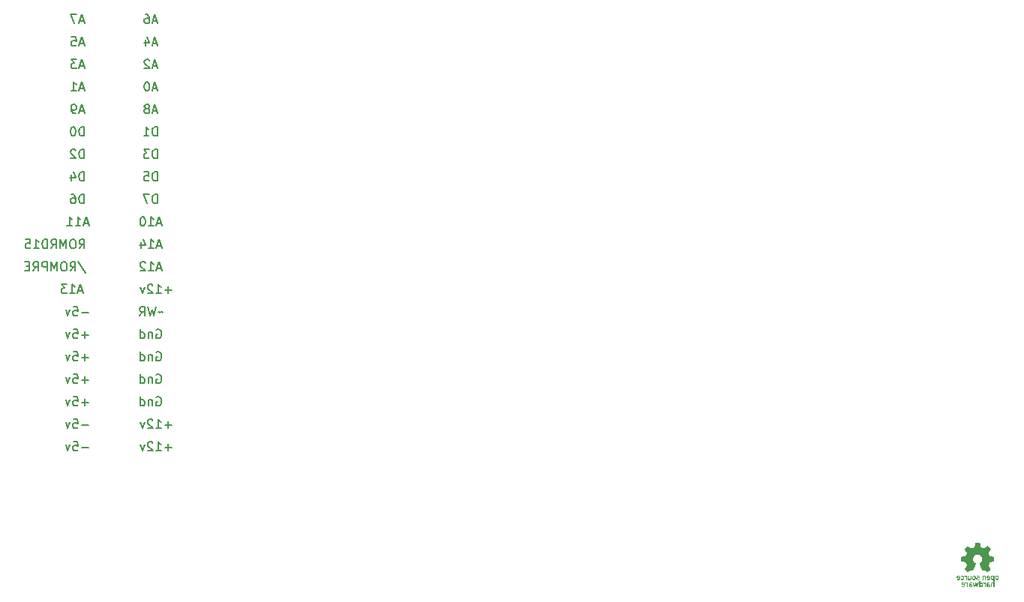
<source format=gbo>
G04 #@! TF.GenerationSoftware,KiCad,Pcbnew,(6.0.0)*
G04 #@! TF.CreationDate,2022-11-09T00:44:27-05:00*
G04 #@! TF.ProjectId,Sorcerer Rom Pack to Ribbon,536f7263-6572-4657-9220-526f6d205061,rev?*
G04 #@! TF.SameCoordinates,Original*
G04 #@! TF.FileFunction,Legend,Bot*
G04 #@! TF.FilePolarity,Positive*
%FSLAX46Y46*%
G04 Gerber Fmt 4.6, Leading zero omitted, Abs format (unit mm)*
G04 Created by KiCad (PCBNEW (6.0.0)) date 2022-11-09 00:44:27*
%MOMM*%
%LPD*%
G01*
G04 APERTURE LIST*
%ADD10C,0.150000*%
%ADD11C,1.600000*%
%ADD12R,7.600000X1.270000*%
%ADD13R,1.600000X1.600000*%
%ADD14R,1.700000X1.700000*%
%ADD15O,1.700000X1.700000*%
G04 APERTURE END LIST*
D10*
X78819047Y-103544761D02*
X79676190Y-104830476D01*
X77914285Y-104592380D02*
X78247619Y-104116190D01*
X78485714Y-104592380D02*
X78485714Y-103592380D01*
X78104761Y-103592380D01*
X78009523Y-103640000D01*
X77961904Y-103687619D01*
X77914285Y-103782857D01*
X77914285Y-103925714D01*
X77961904Y-104020952D01*
X78009523Y-104068571D01*
X78104761Y-104116190D01*
X78485714Y-104116190D01*
X77295238Y-103592380D02*
X77104761Y-103592380D01*
X77009523Y-103640000D01*
X76914285Y-103735238D01*
X76866666Y-103925714D01*
X76866666Y-104259047D01*
X76914285Y-104449523D01*
X77009523Y-104544761D01*
X77104761Y-104592380D01*
X77295238Y-104592380D01*
X77390476Y-104544761D01*
X77485714Y-104449523D01*
X77533333Y-104259047D01*
X77533333Y-103925714D01*
X77485714Y-103735238D01*
X77390476Y-103640000D01*
X77295238Y-103592380D01*
X76438095Y-104592380D02*
X76438095Y-103592380D01*
X76104761Y-104306666D01*
X75771428Y-103592380D01*
X75771428Y-104592380D01*
X75295238Y-104592380D02*
X75295238Y-103592380D01*
X74914285Y-103592380D01*
X74819047Y-103640000D01*
X74771428Y-103687619D01*
X74723809Y-103782857D01*
X74723809Y-103925714D01*
X74771428Y-104020952D01*
X74819047Y-104068571D01*
X74914285Y-104116190D01*
X75295238Y-104116190D01*
X73723809Y-104592380D02*
X74057142Y-104116190D01*
X74295238Y-104592380D02*
X74295238Y-103592380D01*
X73914285Y-103592380D01*
X73819047Y-103640000D01*
X73771428Y-103687619D01*
X73723809Y-103782857D01*
X73723809Y-103925714D01*
X73771428Y-104020952D01*
X73819047Y-104068571D01*
X73914285Y-104116190D01*
X74295238Y-104116190D01*
X73295238Y-104068571D02*
X72961904Y-104068571D01*
X72819047Y-104592380D02*
X73295238Y-104592380D01*
X73295238Y-103592380D01*
X72819047Y-103592380D01*
X88185476Y-101766666D02*
X87709285Y-101766666D01*
X88280714Y-102052380D02*
X87947380Y-101052380D01*
X87614047Y-102052380D01*
X86756904Y-102052380D02*
X87328333Y-102052380D01*
X87042619Y-102052380D02*
X87042619Y-101052380D01*
X87137857Y-101195238D01*
X87233095Y-101290476D01*
X87328333Y-101338095D01*
X85899761Y-101385714D02*
X85899761Y-102052380D01*
X86137857Y-101004761D02*
X86375952Y-101719047D01*
X85756904Y-101719047D01*
X79930476Y-99226666D02*
X79454285Y-99226666D01*
X80025714Y-99512380D02*
X79692380Y-98512380D01*
X79359047Y-99512380D01*
X78501904Y-99512380D02*
X79073333Y-99512380D01*
X78787619Y-99512380D02*
X78787619Y-98512380D01*
X78882857Y-98655238D01*
X78978095Y-98750476D01*
X79073333Y-98798095D01*
X77549523Y-99512380D02*
X78120952Y-99512380D01*
X77835238Y-99512380D02*
X77835238Y-98512380D01*
X77930476Y-98655238D01*
X78025714Y-98750476D01*
X78120952Y-98798095D01*
X79454285Y-81446666D02*
X78978095Y-81446666D01*
X79549523Y-81732380D02*
X79216190Y-80732380D01*
X78882857Y-81732380D01*
X78644761Y-80732380D02*
X78025714Y-80732380D01*
X78359047Y-81113333D01*
X78216190Y-81113333D01*
X78120952Y-81160952D01*
X78073333Y-81208571D01*
X78025714Y-81303809D01*
X78025714Y-81541904D01*
X78073333Y-81637142D01*
X78120952Y-81684761D01*
X78216190Y-81732380D01*
X78501904Y-81732380D01*
X78597142Y-81684761D01*
X78644761Y-81637142D01*
X79978095Y-116911428D02*
X79216190Y-116911428D01*
X79597142Y-117292380D02*
X79597142Y-116530476D01*
X78263809Y-116292380D02*
X78740000Y-116292380D01*
X78787619Y-116768571D01*
X78740000Y-116720952D01*
X78644761Y-116673333D01*
X78406666Y-116673333D01*
X78311428Y-116720952D01*
X78263809Y-116768571D01*
X78216190Y-116863809D01*
X78216190Y-117101904D01*
X78263809Y-117197142D01*
X78311428Y-117244761D01*
X78406666Y-117292380D01*
X78644761Y-117292380D01*
X78740000Y-117244761D01*
X78787619Y-117197142D01*
X77882857Y-116625714D02*
X77644761Y-117292380D01*
X77406666Y-116625714D01*
X79978095Y-119451428D02*
X79216190Y-119451428D01*
X79597142Y-119832380D02*
X79597142Y-119070476D01*
X78263809Y-118832380D02*
X78740000Y-118832380D01*
X78787619Y-119308571D01*
X78740000Y-119260952D01*
X78644761Y-119213333D01*
X78406666Y-119213333D01*
X78311428Y-119260952D01*
X78263809Y-119308571D01*
X78216190Y-119403809D01*
X78216190Y-119641904D01*
X78263809Y-119737142D01*
X78311428Y-119784761D01*
X78406666Y-119832380D01*
X78644761Y-119832380D01*
X78740000Y-119784761D01*
X78787619Y-119737142D01*
X77882857Y-119165714D02*
X77644761Y-119832380D01*
X77406666Y-119165714D01*
X79454285Y-86526666D02*
X78978095Y-86526666D01*
X79549523Y-86812380D02*
X79216190Y-85812380D01*
X78882857Y-86812380D01*
X78501904Y-86812380D02*
X78311428Y-86812380D01*
X78216190Y-86764761D01*
X78168571Y-86717142D01*
X78073333Y-86574285D01*
X78025714Y-86383809D01*
X78025714Y-86002857D01*
X78073333Y-85907619D01*
X78120952Y-85860000D01*
X78216190Y-85812380D01*
X78406666Y-85812380D01*
X78501904Y-85860000D01*
X78549523Y-85907619D01*
X78597142Y-86002857D01*
X78597142Y-86240952D01*
X78549523Y-86336190D01*
X78501904Y-86383809D01*
X78406666Y-86431428D01*
X78216190Y-86431428D01*
X78120952Y-86383809D01*
X78073333Y-86336190D01*
X78025714Y-86240952D01*
X79478095Y-89352380D02*
X79478095Y-88352380D01*
X79240000Y-88352380D01*
X79097142Y-88400000D01*
X79001904Y-88495238D01*
X78954285Y-88590476D01*
X78906666Y-88780952D01*
X78906666Y-88923809D01*
X78954285Y-89114285D01*
X79001904Y-89209523D01*
X79097142Y-89304761D01*
X79240000Y-89352380D01*
X79478095Y-89352380D01*
X78287619Y-88352380D02*
X78192380Y-88352380D01*
X78097142Y-88400000D01*
X78049523Y-88447619D01*
X78001904Y-88542857D01*
X77954285Y-88733333D01*
X77954285Y-88971428D01*
X78001904Y-89161904D01*
X78049523Y-89257142D01*
X78097142Y-89304761D01*
X78192380Y-89352380D01*
X78287619Y-89352380D01*
X78382857Y-89304761D01*
X78430476Y-89257142D01*
X78478095Y-89161904D01*
X78525714Y-88971428D01*
X78525714Y-88733333D01*
X78478095Y-88542857D01*
X78430476Y-88447619D01*
X78382857Y-88400000D01*
X78287619Y-88352380D01*
X87637857Y-113800000D02*
X87733095Y-113752380D01*
X87875952Y-113752380D01*
X88018809Y-113800000D01*
X88114047Y-113895238D01*
X88161666Y-113990476D01*
X88209285Y-114180952D01*
X88209285Y-114323809D01*
X88161666Y-114514285D01*
X88114047Y-114609523D01*
X88018809Y-114704761D01*
X87875952Y-114752380D01*
X87780714Y-114752380D01*
X87637857Y-114704761D01*
X87590238Y-114657142D01*
X87590238Y-114323809D01*
X87780714Y-114323809D01*
X87161666Y-114085714D02*
X87161666Y-114752380D01*
X87161666Y-114180952D02*
X87114047Y-114133333D01*
X87018809Y-114085714D01*
X86875952Y-114085714D01*
X86780714Y-114133333D01*
X86733095Y-114228571D01*
X86733095Y-114752380D01*
X85828333Y-114752380D02*
X85828333Y-113752380D01*
X85828333Y-114704761D02*
X85923571Y-114752380D01*
X86114047Y-114752380D01*
X86209285Y-114704761D01*
X86256904Y-114657142D01*
X86304523Y-114561904D01*
X86304523Y-114276190D01*
X86256904Y-114180952D01*
X86209285Y-114133333D01*
X86114047Y-114085714D01*
X85923571Y-114085714D01*
X85828333Y-114133333D01*
X87709285Y-83986666D02*
X87233095Y-83986666D01*
X87804523Y-84272380D02*
X87471190Y-83272380D01*
X87137857Y-84272380D01*
X86614047Y-83272380D02*
X86518809Y-83272380D01*
X86423571Y-83320000D01*
X86375952Y-83367619D01*
X86328333Y-83462857D01*
X86280714Y-83653333D01*
X86280714Y-83891428D01*
X86328333Y-84081904D01*
X86375952Y-84177142D01*
X86423571Y-84224761D01*
X86518809Y-84272380D01*
X86614047Y-84272380D01*
X86709285Y-84224761D01*
X86756904Y-84177142D01*
X86804523Y-84081904D01*
X86852142Y-83891428D01*
X86852142Y-83653333D01*
X86804523Y-83462857D01*
X86756904Y-83367619D01*
X86709285Y-83320000D01*
X86614047Y-83272380D01*
X79478095Y-96972380D02*
X79478095Y-95972380D01*
X79240000Y-95972380D01*
X79097142Y-96020000D01*
X79001904Y-96115238D01*
X78954285Y-96210476D01*
X78906666Y-96400952D01*
X78906666Y-96543809D01*
X78954285Y-96734285D01*
X79001904Y-96829523D01*
X79097142Y-96924761D01*
X79240000Y-96972380D01*
X79478095Y-96972380D01*
X78049523Y-95972380D02*
X78240000Y-95972380D01*
X78335238Y-96020000D01*
X78382857Y-96067619D01*
X78478095Y-96210476D01*
X78525714Y-96400952D01*
X78525714Y-96781904D01*
X78478095Y-96877142D01*
X78430476Y-96924761D01*
X78335238Y-96972380D01*
X78144761Y-96972380D01*
X78049523Y-96924761D01*
X78001904Y-96877142D01*
X77954285Y-96781904D01*
X77954285Y-96543809D01*
X78001904Y-96448571D01*
X78049523Y-96400952D01*
X78144761Y-96353333D01*
X78335238Y-96353333D01*
X78430476Y-96400952D01*
X78478095Y-96448571D01*
X78525714Y-96543809D01*
X79978095Y-124531428D02*
X79216190Y-124531428D01*
X78263809Y-123912380D02*
X78740000Y-123912380D01*
X78787619Y-124388571D01*
X78740000Y-124340952D01*
X78644761Y-124293333D01*
X78406666Y-124293333D01*
X78311428Y-124340952D01*
X78263809Y-124388571D01*
X78216190Y-124483809D01*
X78216190Y-124721904D01*
X78263809Y-124817142D01*
X78311428Y-124864761D01*
X78406666Y-124912380D01*
X78644761Y-124912380D01*
X78740000Y-124864761D01*
X78787619Y-124817142D01*
X77882857Y-124245714D02*
X77644761Y-124912380D01*
X77406666Y-124245714D01*
X79978095Y-111831428D02*
X79216190Y-111831428D01*
X79597142Y-112212380D02*
X79597142Y-111450476D01*
X78263809Y-111212380D02*
X78740000Y-111212380D01*
X78787619Y-111688571D01*
X78740000Y-111640952D01*
X78644761Y-111593333D01*
X78406666Y-111593333D01*
X78311428Y-111640952D01*
X78263809Y-111688571D01*
X78216190Y-111783809D01*
X78216190Y-112021904D01*
X78263809Y-112117142D01*
X78311428Y-112164761D01*
X78406666Y-112212380D01*
X78644761Y-112212380D01*
X78740000Y-112164761D01*
X78787619Y-112117142D01*
X77882857Y-111545714D02*
X77644761Y-112212380D01*
X77406666Y-111545714D01*
X87637857Y-116340000D02*
X87733095Y-116292380D01*
X87875952Y-116292380D01*
X88018809Y-116340000D01*
X88114047Y-116435238D01*
X88161666Y-116530476D01*
X88209285Y-116720952D01*
X88209285Y-116863809D01*
X88161666Y-117054285D01*
X88114047Y-117149523D01*
X88018809Y-117244761D01*
X87875952Y-117292380D01*
X87780714Y-117292380D01*
X87637857Y-117244761D01*
X87590238Y-117197142D01*
X87590238Y-116863809D01*
X87780714Y-116863809D01*
X87161666Y-116625714D02*
X87161666Y-117292380D01*
X87161666Y-116720952D02*
X87114047Y-116673333D01*
X87018809Y-116625714D01*
X86875952Y-116625714D01*
X86780714Y-116673333D01*
X86733095Y-116768571D01*
X86733095Y-117292380D01*
X85828333Y-117292380D02*
X85828333Y-116292380D01*
X85828333Y-117244761D02*
X85923571Y-117292380D01*
X86114047Y-117292380D01*
X86209285Y-117244761D01*
X86256904Y-117197142D01*
X86304523Y-117101904D01*
X86304523Y-116816190D01*
X86256904Y-116720952D01*
X86209285Y-116673333D01*
X86114047Y-116625714D01*
X85923571Y-116625714D01*
X85828333Y-116673333D01*
X87733095Y-91892380D02*
X87733095Y-90892380D01*
X87495000Y-90892380D01*
X87352142Y-90940000D01*
X87256904Y-91035238D01*
X87209285Y-91130476D01*
X87161666Y-91320952D01*
X87161666Y-91463809D01*
X87209285Y-91654285D01*
X87256904Y-91749523D01*
X87352142Y-91844761D01*
X87495000Y-91892380D01*
X87733095Y-91892380D01*
X86828333Y-90892380D02*
X86209285Y-90892380D01*
X86542619Y-91273333D01*
X86399761Y-91273333D01*
X86304523Y-91320952D01*
X86256904Y-91368571D01*
X86209285Y-91463809D01*
X86209285Y-91701904D01*
X86256904Y-91797142D01*
X86304523Y-91844761D01*
X86399761Y-91892380D01*
X86685476Y-91892380D01*
X86780714Y-91844761D01*
X86828333Y-91797142D01*
X87709285Y-86526666D02*
X87233095Y-86526666D01*
X87804523Y-86812380D02*
X87471190Y-85812380D01*
X87137857Y-86812380D01*
X86661666Y-86240952D02*
X86756904Y-86193333D01*
X86804523Y-86145714D01*
X86852142Y-86050476D01*
X86852142Y-86002857D01*
X86804523Y-85907619D01*
X86756904Y-85860000D01*
X86661666Y-85812380D01*
X86471190Y-85812380D01*
X86375952Y-85860000D01*
X86328333Y-85907619D01*
X86280714Y-86002857D01*
X86280714Y-86050476D01*
X86328333Y-86145714D01*
X86375952Y-86193333D01*
X86471190Y-86240952D01*
X86661666Y-86240952D01*
X86756904Y-86288571D01*
X86804523Y-86336190D01*
X86852142Y-86431428D01*
X86852142Y-86621904D01*
X86804523Y-86717142D01*
X86756904Y-86764761D01*
X86661666Y-86812380D01*
X86471190Y-86812380D01*
X86375952Y-86764761D01*
X86328333Y-86717142D01*
X86280714Y-86621904D01*
X86280714Y-86431428D01*
X86328333Y-86336190D01*
X86375952Y-86288571D01*
X86471190Y-86240952D01*
X88185476Y-99226666D02*
X87709285Y-99226666D01*
X88280714Y-99512380D02*
X87947380Y-98512380D01*
X87614047Y-99512380D01*
X86756904Y-99512380D02*
X87328333Y-99512380D01*
X87042619Y-99512380D02*
X87042619Y-98512380D01*
X87137857Y-98655238D01*
X87233095Y-98750476D01*
X87328333Y-98798095D01*
X86137857Y-98512380D02*
X86042619Y-98512380D01*
X85947380Y-98560000D01*
X85899761Y-98607619D01*
X85852142Y-98702857D01*
X85804523Y-98893333D01*
X85804523Y-99131428D01*
X85852142Y-99321904D01*
X85899761Y-99417142D01*
X85947380Y-99464761D01*
X86042619Y-99512380D01*
X86137857Y-99512380D01*
X86233095Y-99464761D01*
X86280714Y-99417142D01*
X86328333Y-99321904D01*
X86375952Y-99131428D01*
X86375952Y-98893333D01*
X86328333Y-98702857D01*
X86280714Y-98607619D01*
X86233095Y-98560000D01*
X86137857Y-98512380D01*
X79478095Y-94432380D02*
X79478095Y-93432380D01*
X79240000Y-93432380D01*
X79097142Y-93480000D01*
X79001904Y-93575238D01*
X78954285Y-93670476D01*
X78906666Y-93860952D01*
X78906666Y-94003809D01*
X78954285Y-94194285D01*
X79001904Y-94289523D01*
X79097142Y-94384761D01*
X79240000Y-94432380D01*
X79478095Y-94432380D01*
X78049523Y-93765714D02*
X78049523Y-94432380D01*
X78287619Y-93384761D02*
X78525714Y-94099047D01*
X77906666Y-94099047D01*
X88328333Y-109291428D02*
X88280714Y-109243809D01*
X88185476Y-109196190D01*
X87995000Y-109291428D01*
X87899761Y-109243809D01*
X87852142Y-109196190D01*
X87566428Y-108672380D02*
X87328333Y-109672380D01*
X87137857Y-108958095D01*
X86947380Y-109672380D01*
X86709285Y-108672380D01*
X85756904Y-109672380D02*
X86090238Y-109196190D01*
X86328333Y-109672380D02*
X86328333Y-108672380D01*
X85947380Y-108672380D01*
X85852142Y-108720000D01*
X85804523Y-108767619D01*
X85756904Y-108862857D01*
X85756904Y-109005714D01*
X85804523Y-109100952D01*
X85852142Y-109148571D01*
X85947380Y-109196190D01*
X86328333Y-109196190D01*
X79478095Y-91892380D02*
X79478095Y-90892380D01*
X79240000Y-90892380D01*
X79097142Y-90940000D01*
X79001904Y-91035238D01*
X78954285Y-91130476D01*
X78906666Y-91320952D01*
X78906666Y-91463809D01*
X78954285Y-91654285D01*
X79001904Y-91749523D01*
X79097142Y-91844761D01*
X79240000Y-91892380D01*
X79478095Y-91892380D01*
X78525714Y-90987619D02*
X78478095Y-90940000D01*
X78382857Y-90892380D01*
X78144761Y-90892380D01*
X78049523Y-90940000D01*
X78001904Y-90987619D01*
X77954285Y-91082857D01*
X77954285Y-91178095D01*
X78001904Y-91320952D01*
X78573333Y-91892380D01*
X77954285Y-91892380D01*
X79454285Y-78906666D02*
X78978095Y-78906666D01*
X79549523Y-79192380D02*
X79216190Y-78192380D01*
X78882857Y-79192380D01*
X78073333Y-78192380D02*
X78549523Y-78192380D01*
X78597142Y-78668571D01*
X78549523Y-78620952D01*
X78454285Y-78573333D01*
X78216190Y-78573333D01*
X78120952Y-78620952D01*
X78073333Y-78668571D01*
X78025714Y-78763809D01*
X78025714Y-79001904D01*
X78073333Y-79097142D01*
X78120952Y-79144761D01*
X78216190Y-79192380D01*
X78454285Y-79192380D01*
X78549523Y-79144761D01*
X78597142Y-79097142D01*
X87733095Y-89352380D02*
X87733095Y-88352380D01*
X87495000Y-88352380D01*
X87352142Y-88400000D01*
X87256904Y-88495238D01*
X87209285Y-88590476D01*
X87161666Y-88780952D01*
X87161666Y-88923809D01*
X87209285Y-89114285D01*
X87256904Y-89209523D01*
X87352142Y-89304761D01*
X87495000Y-89352380D01*
X87733095Y-89352380D01*
X86209285Y-89352380D02*
X86780714Y-89352380D01*
X86495000Y-89352380D02*
X86495000Y-88352380D01*
X86590238Y-88495238D01*
X86685476Y-88590476D01*
X86780714Y-88638095D01*
X87733095Y-94432380D02*
X87733095Y-93432380D01*
X87495000Y-93432380D01*
X87352142Y-93480000D01*
X87256904Y-93575238D01*
X87209285Y-93670476D01*
X87161666Y-93860952D01*
X87161666Y-94003809D01*
X87209285Y-94194285D01*
X87256904Y-94289523D01*
X87352142Y-94384761D01*
X87495000Y-94432380D01*
X87733095Y-94432380D01*
X86256904Y-93432380D02*
X86733095Y-93432380D01*
X86780714Y-93908571D01*
X86733095Y-93860952D01*
X86637857Y-93813333D01*
X86399761Y-93813333D01*
X86304523Y-93860952D01*
X86256904Y-93908571D01*
X86209285Y-94003809D01*
X86209285Y-94241904D01*
X86256904Y-94337142D01*
X86304523Y-94384761D01*
X86399761Y-94432380D01*
X86637857Y-94432380D01*
X86733095Y-94384761D01*
X86780714Y-94337142D01*
X88185476Y-104306666D02*
X87709285Y-104306666D01*
X88280714Y-104592380D02*
X87947380Y-103592380D01*
X87614047Y-104592380D01*
X86756904Y-104592380D02*
X87328333Y-104592380D01*
X87042619Y-104592380D02*
X87042619Y-103592380D01*
X87137857Y-103735238D01*
X87233095Y-103830476D01*
X87328333Y-103878095D01*
X86375952Y-103687619D02*
X86328333Y-103640000D01*
X86233095Y-103592380D01*
X85995000Y-103592380D01*
X85899761Y-103640000D01*
X85852142Y-103687619D01*
X85804523Y-103782857D01*
X85804523Y-103878095D01*
X85852142Y-104020952D01*
X86423571Y-104592380D01*
X85804523Y-104592380D01*
X79454285Y-76366666D02*
X78978095Y-76366666D01*
X79549523Y-76652380D02*
X79216190Y-75652380D01*
X78882857Y-76652380D01*
X78644761Y-75652380D02*
X77978095Y-75652380D01*
X78406666Y-76652380D01*
X87637857Y-118880000D02*
X87733095Y-118832380D01*
X87875952Y-118832380D01*
X88018809Y-118880000D01*
X88114047Y-118975238D01*
X88161666Y-119070476D01*
X88209285Y-119260952D01*
X88209285Y-119403809D01*
X88161666Y-119594285D01*
X88114047Y-119689523D01*
X88018809Y-119784761D01*
X87875952Y-119832380D01*
X87780714Y-119832380D01*
X87637857Y-119784761D01*
X87590238Y-119737142D01*
X87590238Y-119403809D01*
X87780714Y-119403809D01*
X87161666Y-119165714D02*
X87161666Y-119832380D01*
X87161666Y-119260952D02*
X87114047Y-119213333D01*
X87018809Y-119165714D01*
X86875952Y-119165714D01*
X86780714Y-119213333D01*
X86733095Y-119308571D01*
X86733095Y-119832380D01*
X85828333Y-119832380D02*
X85828333Y-118832380D01*
X85828333Y-119784761D02*
X85923571Y-119832380D01*
X86114047Y-119832380D01*
X86209285Y-119784761D01*
X86256904Y-119737142D01*
X86304523Y-119641904D01*
X86304523Y-119356190D01*
X86256904Y-119260952D01*
X86209285Y-119213333D01*
X86114047Y-119165714D01*
X85923571Y-119165714D01*
X85828333Y-119213333D01*
X79978095Y-109291428D02*
X79216190Y-109291428D01*
X78263809Y-108672380D02*
X78740000Y-108672380D01*
X78787619Y-109148571D01*
X78740000Y-109100952D01*
X78644761Y-109053333D01*
X78406666Y-109053333D01*
X78311428Y-109100952D01*
X78263809Y-109148571D01*
X78216190Y-109243809D01*
X78216190Y-109481904D01*
X78263809Y-109577142D01*
X78311428Y-109624761D01*
X78406666Y-109672380D01*
X78644761Y-109672380D01*
X78740000Y-109624761D01*
X78787619Y-109577142D01*
X77882857Y-109005714D02*
X77644761Y-109672380D01*
X77406666Y-109005714D01*
X87709285Y-81446666D02*
X87233095Y-81446666D01*
X87804523Y-81732380D02*
X87471190Y-80732380D01*
X87137857Y-81732380D01*
X86852142Y-80827619D02*
X86804523Y-80780000D01*
X86709285Y-80732380D01*
X86471190Y-80732380D01*
X86375952Y-80780000D01*
X86328333Y-80827619D01*
X86280714Y-80922857D01*
X86280714Y-81018095D01*
X86328333Y-81160952D01*
X86899761Y-81732380D01*
X86280714Y-81732380D01*
X79454285Y-83986666D02*
X78978095Y-83986666D01*
X79549523Y-84272380D02*
X79216190Y-83272380D01*
X78882857Y-84272380D01*
X78025714Y-84272380D02*
X78597142Y-84272380D01*
X78311428Y-84272380D02*
X78311428Y-83272380D01*
X78406666Y-83415238D01*
X78501904Y-83510476D01*
X78597142Y-83558095D01*
X89344285Y-106751428D02*
X88582380Y-106751428D01*
X88963333Y-107132380D02*
X88963333Y-106370476D01*
X87582380Y-107132380D02*
X88153809Y-107132380D01*
X87868095Y-107132380D02*
X87868095Y-106132380D01*
X87963333Y-106275238D01*
X88058571Y-106370476D01*
X88153809Y-106418095D01*
X87201428Y-106227619D02*
X87153809Y-106180000D01*
X87058571Y-106132380D01*
X86820476Y-106132380D01*
X86725238Y-106180000D01*
X86677619Y-106227619D01*
X86630000Y-106322857D01*
X86630000Y-106418095D01*
X86677619Y-106560952D01*
X87249047Y-107132380D01*
X86630000Y-107132380D01*
X86296666Y-106465714D02*
X86058571Y-107132380D01*
X85820476Y-106465714D01*
X79978095Y-121991428D02*
X79216190Y-121991428D01*
X78263809Y-121372380D02*
X78740000Y-121372380D01*
X78787619Y-121848571D01*
X78740000Y-121800952D01*
X78644761Y-121753333D01*
X78406666Y-121753333D01*
X78311428Y-121800952D01*
X78263809Y-121848571D01*
X78216190Y-121943809D01*
X78216190Y-122181904D01*
X78263809Y-122277142D01*
X78311428Y-122324761D01*
X78406666Y-122372380D01*
X78644761Y-122372380D01*
X78740000Y-122324761D01*
X78787619Y-122277142D01*
X77882857Y-121705714D02*
X77644761Y-122372380D01*
X77406666Y-121705714D01*
X87709285Y-78906666D02*
X87233095Y-78906666D01*
X87804523Y-79192380D02*
X87471190Y-78192380D01*
X87137857Y-79192380D01*
X86375952Y-78525714D02*
X86375952Y-79192380D01*
X86614047Y-78144761D02*
X86852142Y-78859047D01*
X86233095Y-78859047D01*
X87709285Y-76366666D02*
X87233095Y-76366666D01*
X87804523Y-76652380D02*
X87471190Y-75652380D01*
X87137857Y-76652380D01*
X86375952Y-75652380D02*
X86566428Y-75652380D01*
X86661666Y-75700000D01*
X86709285Y-75747619D01*
X86804523Y-75890476D01*
X86852142Y-76080952D01*
X86852142Y-76461904D01*
X86804523Y-76557142D01*
X86756904Y-76604761D01*
X86661666Y-76652380D01*
X86471190Y-76652380D01*
X86375952Y-76604761D01*
X86328333Y-76557142D01*
X86280714Y-76461904D01*
X86280714Y-76223809D01*
X86328333Y-76128571D01*
X86375952Y-76080952D01*
X86471190Y-76033333D01*
X86661666Y-76033333D01*
X86756904Y-76080952D01*
X86804523Y-76128571D01*
X86852142Y-76223809D01*
X89344285Y-121991428D02*
X88582380Y-121991428D01*
X88963333Y-122372380D02*
X88963333Y-121610476D01*
X87582380Y-122372380D02*
X88153809Y-122372380D01*
X87868095Y-122372380D02*
X87868095Y-121372380D01*
X87963333Y-121515238D01*
X88058571Y-121610476D01*
X88153809Y-121658095D01*
X87201428Y-121467619D02*
X87153809Y-121420000D01*
X87058571Y-121372380D01*
X86820476Y-121372380D01*
X86725238Y-121420000D01*
X86677619Y-121467619D01*
X86630000Y-121562857D01*
X86630000Y-121658095D01*
X86677619Y-121800952D01*
X87249047Y-122372380D01*
X86630000Y-122372380D01*
X86296666Y-121705714D02*
X86058571Y-122372380D01*
X85820476Y-121705714D01*
X89344285Y-124531428D02*
X88582380Y-124531428D01*
X88963333Y-124912380D02*
X88963333Y-124150476D01*
X87582380Y-124912380D02*
X88153809Y-124912380D01*
X87868095Y-124912380D02*
X87868095Y-123912380D01*
X87963333Y-124055238D01*
X88058571Y-124150476D01*
X88153809Y-124198095D01*
X87201428Y-124007619D02*
X87153809Y-123960000D01*
X87058571Y-123912380D01*
X86820476Y-123912380D01*
X86725238Y-123960000D01*
X86677619Y-124007619D01*
X86630000Y-124102857D01*
X86630000Y-124198095D01*
X86677619Y-124340952D01*
X87249047Y-124912380D01*
X86630000Y-124912380D01*
X86296666Y-124245714D02*
X86058571Y-124912380D01*
X85820476Y-124245714D01*
X79295476Y-106846666D02*
X78819285Y-106846666D01*
X79390714Y-107132380D02*
X79057380Y-106132380D01*
X78724047Y-107132380D01*
X77866904Y-107132380D02*
X78438333Y-107132380D01*
X78152619Y-107132380D02*
X78152619Y-106132380D01*
X78247857Y-106275238D01*
X78343095Y-106370476D01*
X78438333Y-106418095D01*
X77533571Y-106132380D02*
X76914523Y-106132380D01*
X77247857Y-106513333D01*
X77105000Y-106513333D01*
X77009761Y-106560952D01*
X76962142Y-106608571D01*
X76914523Y-106703809D01*
X76914523Y-106941904D01*
X76962142Y-107037142D01*
X77009761Y-107084761D01*
X77105000Y-107132380D01*
X77390714Y-107132380D01*
X77485952Y-107084761D01*
X77533571Y-107037142D01*
X78938095Y-102052380D02*
X79271428Y-101576190D01*
X79509523Y-102052380D02*
X79509523Y-101052380D01*
X79128571Y-101052380D01*
X79033333Y-101100000D01*
X78985714Y-101147619D01*
X78938095Y-101242857D01*
X78938095Y-101385714D01*
X78985714Y-101480952D01*
X79033333Y-101528571D01*
X79128571Y-101576190D01*
X79509523Y-101576190D01*
X78319047Y-101052380D02*
X78128571Y-101052380D01*
X78033333Y-101100000D01*
X77938095Y-101195238D01*
X77890476Y-101385714D01*
X77890476Y-101719047D01*
X77938095Y-101909523D01*
X78033333Y-102004761D01*
X78128571Y-102052380D01*
X78319047Y-102052380D01*
X78414285Y-102004761D01*
X78509523Y-101909523D01*
X78557142Y-101719047D01*
X78557142Y-101385714D01*
X78509523Y-101195238D01*
X78414285Y-101100000D01*
X78319047Y-101052380D01*
X77461904Y-102052380D02*
X77461904Y-101052380D01*
X77128571Y-101766666D01*
X76795238Y-101052380D01*
X76795238Y-102052380D01*
X75747619Y-102052380D02*
X76080952Y-101576190D01*
X76319047Y-102052380D02*
X76319047Y-101052380D01*
X75938095Y-101052380D01*
X75842857Y-101100000D01*
X75795238Y-101147619D01*
X75747619Y-101242857D01*
X75747619Y-101385714D01*
X75795238Y-101480952D01*
X75842857Y-101528571D01*
X75938095Y-101576190D01*
X76319047Y-101576190D01*
X75319047Y-102052380D02*
X75319047Y-101052380D01*
X75080952Y-101052380D01*
X74938095Y-101100000D01*
X74842857Y-101195238D01*
X74795238Y-101290476D01*
X74747619Y-101480952D01*
X74747619Y-101623809D01*
X74795238Y-101814285D01*
X74842857Y-101909523D01*
X74938095Y-102004761D01*
X75080952Y-102052380D01*
X75319047Y-102052380D01*
X73795238Y-102052380D02*
X74366666Y-102052380D01*
X74080952Y-102052380D02*
X74080952Y-101052380D01*
X74176190Y-101195238D01*
X74271428Y-101290476D01*
X74366666Y-101338095D01*
X72890476Y-101052380D02*
X73366666Y-101052380D01*
X73414285Y-101528571D01*
X73366666Y-101480952D01*
X73271428Y-101433333D01*
X73033333Y-101433333D01*
X72938095Y-101480952D01*
X72890476Y-101528571D01*
X72842857Y-101623809D01*
X72842857Y-101861904D01*
X72890476Y-101957142D01*
X72938095Y-102004761D01*
X73033333Y-102052380D01*
X73271428Y-102052380D01*
X73366666Y-102004761D01*
X73414285Y-101957142D01*
X79978095Y-114371428D02*
X79216190Y-114371428D01*
X79597142Y-114752380D02*
X79597142Y-113990476D01*
X78263809Y-113752380D02*
X78740000Y-113752380D01*
X78787619Y-114228571D01*
X78740000Y-114180952D01*
X78644761Y-114133333D01*
X78406666Y-114133333D01*
X78311428Y-114180952D01*
X78263809Y-114228571D01*
X78216190Y-114323809D01*
X78216190Y-114561904D01*
X78263809Y-114657142D01*
X78311428Y-114704761D01*
X78406666Y-114752380D01*
X78644761Y-114752380D01*
X78740000Y-114704761D01*
X78787619Y-114657142D01*
X77882857Y-114085714D02*
X77644761Y-114752380D01*
X77406666Y-114085714D01*
X87733095Y-96972380D02*
X87733095Y-95972380D01*
X87495000Y-95972380D01*
X87352142Y-96020000D01*
X87256904Y-96115238D01*
X87209285Y-96210476D01*
X87161666Y-96400952D01*
X87161666Y-96543809D01*
X87209285Y-96734285D01*
X87256904Y-96829523D01*
X87352142Y-96924761D01*
X87495000Y-96972380D01*
X87733095Y-96972380D01*
X86828333Y-95972380D02*
X86161666Y-95972380D01*
X86590238Y-96972380D01*
X87637857Y-111260000D02*
X87733095Y-111212380D01*
X87875952Y-111212380D01*
X88018809Y-111260000D01*
X88114047Y-111355238D01*
X88161666Y-111450476D01*
X88209285Y-111640952D01*
X88209285Y-111783809D01*
X88161666Y-111974285D01*
X88114047Y-112069523D01*
X88018809Y-112164761D01*
X87875952Y-112212380D01*
X87780714Y-112212380D01*
X87637857Y-112164761D01*
X87590238Y-112117142D01*
X87590238Y-111783809D01*
X87780714Y-111783809D01*
X87161666Y-111545714D02*
X87161666Y-112212380D01*
X87161666Y-111640952D02*
X87114047Y-111593333D01*
X87018809Y-111545714D01*
X86875952Y-111545714D01*
X86780714Y-111593333D01*
X86733095Y-111688571D01*
X86733095Y-112212380D01*
X85828333Y-112212380D02*
X85828333Y-111212380D01*
X85828333Y-112164761D02*
X85923571Y-112212380D01*
X86114047Y-112212380D01*
X86209285Y-112164761D01*
X86256904Y-112117142D01*
X86304523Y-112021904D01*
X86304523Y-111736190D01*
X86256904Y-111640952D01*
X86209285Y-111593333D01*
X86114047Y-111545714D01*
X85923571Y-111545714D01*
X85828333Y-111593333D01*
G36*
X181749277Y-140190740D02*
G01*
X181740922Y-140210757D01*
X181717580Y-140242802D01*
X181684911Y-140268586D01*
X181644545Y-140286616D01*
X181619158Y-140292020D01*
X181584418Y-140294812D01*
X181549401Y-140293875D01*
X181520172Y-140289088D01*
X181518691Y-140288657D01*
X181497317Y-140279380D01*
X181477974Y-140266687D01*
X181459025Y-140250743D01*
X181459025Y-140289364D01*
X181351651Y-140289364D01*
X181353978Y-140117272D01*
X181459025Y-140117272D01*
X181459604Y-140131452D01*
X181464725Y-140159494D01*
X181474335Y-140180439D01*
X181487451Y-140191712D01*
X181490155Y-140192600D01*
X181508169Y-140195827D01*
X181533171Y-140197946D01*
X181560707Y-140198796D01*
X181586328Y-140198214D01*
X181605582Y-140196036D01*
X181613641Y-140193911D01*
X181636465Y-140181711D01*
X181651844Y-140163733D01*
X181658743Y-140142599D01*
X181656127Y-140120929D01*
X181642961Y-140101344D01*
X181636341Y-140095676D01*
X181628387Y-140091213D01*
X181617449Y-140088238D01*
X181601148Y-140086340D01*
X181577103Y-140085111D01*
X181542937Y-140084141D01*
X181459025Y-140082094D01*
X181459025Y-140117272D01*
X181353978Y-140117272D01*
X181354208Y-140100255D01*
X181354247Y-140097355D01*
X181355275Y-140036620D01*
X181356548Y-139987473D01*
X181358113Y-139949040D01*
X181360012Y-139920444D01*
X181362292Y-139900811D01*
X181364998Y-139889265D01*
X181378443Y-139861681D01*
X181403282Y-139832763D01*
X181437901Y-139810477D01*
X181447053Y-139806171D01*
X181464787Y-139799373D01*
X181483670Y-139794986D01*
X181507486Y-139792268D01*
X181540020Y-139790479D01*
X181566432Y-139789870D01*
X181610015Y-139792008D01*
X181645425Y-139799034D01*
X181675091Y-139811543D01*
X181701440Y-139830132D01*
X181712170Y-139839729D01*
X181723461Y-139851123D01*
X181727841Y-139857491D01*
X181727693Y-139858031D01*
X181721611Y-139864955D01*
X181708396Y-139876767D01*
X181690504Y-139891248D01*
X181653166Y-139920244D01*
X181637277Y-139905518D01*
X181628270Y-139898351D01*
X181609153Y-139889342D01*
X181583587Y-139884474D01*
X181548690Y-139883014D01*
X181533294Y-139883657D01*
X181503148Y-139889125D01*
X181479732Y-139899349D01*
X181465780Y-139913331D01*
X181463340Y-139920205D01*
X181460238Y-139938354D01*
X181459025Y-139960065D01*
X181459025Y-139994179D01*
X181551235Y-139996805D01*
X181594004Y-139998565D01*
X181628830Y-140001623D01*
X181655680Y-140006508D01*
X181676863Y-140013814D01*
X181694688Y-140024137D01*
X181711462Y-140038071D01*
X181722949Y-140050966D01*
X181740503Y-140082197D01*
X181751417Y-140118625D01*
X181753499Y-140142599D01*
X181754678Y-140156167D01*
X181749277Y-140190740D01*
G37*
G36*
X182122434Y-140289364D02*
G01*
X182120498Y-140122135D01*
X182120145Y-140092512D01*
X182119519Y-140048597D01*
X182118783Y-140014697D01*
X182117805Y-139989222D01*
X182116451Y-139970577D01*
X182114587Y-139957172D01*
X182112080Y-139947412D01*
X182108797Y-139939706D01*
X182104603Y-139932461D01*
X182103992Y-139931494D01*
X182083149Y-139909799D01*
X182055512Y-139895771D01*
X182024521Y-139890062D01*
X181993620Y-139893325D01*
X181966249Y-139906214D01*
X181955982Y-139914294D01*
X181947244Y-139923344D01*
X181940528Y-139934322D01*
X181935571Y-139948738D01*
X181932107Y-139968103D01*
X181929873Y-139993927D01*
X181928603Y-140027721D01*
X181928034Y-140070995D01*
X181927900Y-140125261D01*
X181927891Y-140289364D01*
X181827354Y-140289364D01*
X181829173Y-140097129D01*
X181829271Y-140086827D01*
X181829871Y-140031085D01*
X181830686Y-139986100D01*
X181831998Y-139950373D01*
X181834088Y-139922404D01*
X181837240Y-139900694D01*
X181841735Y-139883744D01*
X181847855Y-139870054D01*
X181855884Y-139858126D01*
X181866103Y-139846460D01*
X181878794Y-139833557D01*
X181893956Y-139820508D01*
X181929671Y-139800927D01*
X181969792Y-139790566D01*
X182011391Y-139789657D01*
X182051538Y-139798430D01*
X182087305Y-139817116D01*
X182089334Y-139818586D01*
X182103775Y-139828746D01*
X182113874Y-139835376D01*
X182114701Y-139835602D01*
X182116820Y-139832698D01*
X182118492Y-139823631D01*
X182119761Y-139807346D01*
X182120671Y-139782785D01*
X182121266Y-139748893D01*
X182121590Y-139704612D01*
X182121688Y-139648886D01*
X182121688Y-139457781D01*
X182088868Y-139479443D01*
X182073662Y-139488433D01*
X182048440Y-139500327D01*
X182026229Y-139507693D01*
X181995194Y-139511451D01*
X181953136Y-139506887D01*
X181914242Y-139491972D01*
X181880504Y-139467870D01*
X181853914Y-139435746D01*
X181836464Y-139396763D01*
X181835652Y-139393742D01*
X181831495Y-139369146D01*
X181828559Y-139335661D01*
X181826844Y-139296333D01*
X181826429Y-139260986D01*
X181931016Y-139260986D01*
X181931498Y-139299380D01*
X181933482Y-139331556D01*
X181937532Y-139355193D01*
X181944210Y-139372347D01*
X181954076Y-139385073D01*
X181967691Y-139395429D01*
X181984756Y-139403480D01*
X182014223Y-139409127D01*
X182044651Y-139407293D01*
X182072119Y-139398372D01*
X182092704Y-139382764D01*
X182098699Y-139374379D01*
X182110967Y-139346046D01*
X182118757Y-139310414D01*
X182122088Y-139270623D01*
X182120979Y-139229815D01*
X182115449Y-139191130D01*
X182105516Y-139157709D01*
X182091200Y-139132694D01*
X182082345Y-139122959D01*
X182071478Y-139115372D01*
X182056875Y-139111336D01*
X182034153Y-139109032D01*
X182011858Y-139108596D01*
X181981395Y-139114064D01*
X181958702Y-139127914D01*
X181942286Y-139150828D01*
X181937575Y-139162489D01*
X181934331Y-139176916D01*
X181932323Y-139196514D01*
X181931301Y-139223724D01*
X181931016Y-139260986D01*
X181826429Y-139260986D01*
X181826349Y-139254209D01*
X181827072Y-139212334D01*
X181829014Y-139173754D01*
X181832173Y-139141517D01*
X181836548Y-139118668D01*
X181843244Y-139099939D01*
X181864648Y-139064125D01*
X181893730Y-139036222D01*
X181928672Y-139016821D01*
X181967654Y-139006514D01*
X182008855Y-139005892D01*
X182050457Y-139015547D01*
X182090638Y-139036070D01*
X182121688Y-139056965D01*
X182121688Y-139007798D01*
X182221713Y-139007798D01*
X182221713Y-140289364D01*
X182122434Y-140289364D01*
G37*
G36*
X178603871Y-139007238D02*
G01*
X178641992Y-139016047D01*
X178688834Y-139036097D01*
X178727027Y-139065091D01*
X178756702Y-139103168D01*
X178777990Y-139150468D01*
X178791022Y-139207132D01*
X178794813Y-139261952D01*
X178790257Y-139316558D01*
X178777680Y-139367106D01*
X178757645Y-139411354D01*
X178730717Y-139447062D01*
X178724313Y-139453200D01*
X178691202Y-139477577D01*
X178652916Y-139496771D01*
X178615003Y-139507867D01*
X178591022Y-139511394D01*
X178563330Y-139512908D01*
X178538099Y-139510074D01*
X178509799Y-139502619D01*
X178497987Y-139498538D01*
X178462908Y-139482273D01*
X178430545Y-139461747D01*
X178405743Y-139439882D01*
X178398316Y-139430808D01*
X178397768Y-139423513D01*
X178405743Y-139413459D01*
X178409378Y-139409658D01*
X178423995Y-139396044D01*
X178440962Y-139381782D01*
X178464272Y-139363296D01*
X178486727Y-139380423D01*
X178491668Y-139384027D01*
X178525678Y-139401417D01*
X178561569Y-139408831D01*
X178597033Y-139406672D01*
X178629765Y-139395349D01*
X178657459Y-139375264D01*
X178677808Y-139346825D01*
X178678576Y-139345244D01*
X178685531Y-139328391D01*
X178689699Y-139310822D01*
X178691716Y-139288618D01*
X178692216Y-139257860D01*
X178692177Y-139248915D01*
X178691349Y-139221334D01*
X178688925Y-139201228D01*
X178684215Y-139184631D01*
X178676532Y-139167574D01*
X178659896Y-139142155D01*
X178635032Y-139121800D01*
X178603211Y-139110986D01*
X178563239Y-139109096D01*
X178551983Y-139109829D01*
X178529422Y-139113086D01*
X178511471Y-139119754D01*
X178492473Y-139131636D01*
X178463664Y-139151942D01*
X178440658Y-139133697D01*
X178434917Y-139129039D01*
X178418153Y-139114426D01*
X178405684Y-139102195D01*
X178403840Y-139100144D01*
X178397560Y-139091479D01*
X178398929Y-139084261D01*
X178408449Y-139073254D01*
X178411187Y-139070425D01*
X178441986Y-139045751D01*
X178480070Y-139024886D01*
X178520764Y-139010443D01*
X178530832Y-139007973D01*
X178554491Y-139003847D01*
X178576570Y-139003690D01*
X178603871Y-139007238D01*
G37*
G36*
X182713389Y-139315644D02*
G01*
X182706887Y-139359692D01*
X182695432Y-139396065D01*
X182678383Y-139426840D01*
X182655101Y-139454091D01*
X182639543Y-139468032D01*
X182598530Y-139493863D01*
X182553542Y-139508036D01*
X182518314Y-139510788D01*
X182477745Y-139508121D01*
X182440517Y-139500277D01*
X182414930Y-139489783D01*
X182377903Y-139464732D01*
X182346822Y-139431289D01*
X182324305Y-139391896D01*
X182319959Y-139378802D01*
X182313969Y-139347798D01*
X182310166Y-139309595D01*
X182308555Y-139267443D01*
X182308688Y-139257622D01*
X182409396Y-139257622D01*
X182410009Y-139286827D01*
X182413610Y-139326015D01*
X182420818Y-139355494D01*
X182432071Y-139376791D01*
X182447807Y-139391431D01*
X182447842Y-139391454D01*
X182477699Y-139404496D01*
X182510910Y-139408697D01*
X182543383Y-139404083D01*
X182571031Y-139390678D01*
X182580491Y-139383094D01*
X182593977Y-139368574D01*
X182603170Y-139351180D01*
X182608813Y-139328524D01*
X182611653Y-139298214D01*
X182612434Y-139257860D01*
X182612432Y-139254198D01*
X182612118Y-139221228D01*
X182611024Y-139197807D01*
X182608802Y-139181236D01*
X182605107Y-139168818D01*
X182599593Y-139157856D01*
X182584118Y-139137609D01*
X182558291Y-139118528D01*
X182528772Y-139108446D01*
X182498039Y-139107361D01*
X182468569Y-139115271D01*
X182442838Y-139132171D01*
X182423325Y-139158059D01*
X182417672Y-139170271D01*
X182413343Y-139184273D01*
X182410811Y-139201421D01*
X182409641Y-139224832D01*
X182409396Y-139257622D01*
X182308688Y-139257622D01*
X182309137Y-139224595D01*
X182311916Y-139184300D01*
X182316894Y-139149811D01*
X182324074Y-139124377D01*
X182333503Y-139104878D01*
X182360757Y-139067228D01*
X182395129Y-139037967D01*
X182434824Y-139017456D01*
X182478045Y-139006056D01*
X182522997Y-139004129D01*
X182567884Y-139012034D01*
X182610911Y-139030134D01*
X182650281Y-139058789D01*
X182659752Y-139067975D01*
X182681751Y-139094849D01*
X182697622Y-139125103D01*
X182708076Y-139160908D01*
X182713826Y-139204437D01*
X182715584Y-139257860D01*
X182715576Y-139261846D01*
X182713389Y-139315644D01*
G37*
G36*
X179739104Y-140202519D02*
G01*
X179718170Y-140236522D01*
X179687454Y-140264309D01*
X179647723Y-140284415D01*
X179647225Y-140284592D01*
X179616950Y-140291670D01*
X179580665Y-140294914D01*
X179544211Y-140294122D01*
X179513428Y-140289088D01*
X179511948Y-140288657D01*
X179490574Y-140279380D01*
X179471230Y-140266687D01*
X179452282Y-140250743D01*
X179452282Y-140289364D01*
X179352257Y-140289364D01*
X179352290Y-140113914D01*
X179452282Y-140113914D01*
X179452292Y-140116370D01*
X179455254Y-140148220D01*
X179463993Y-140170765D01*
X179479273Y-140186041D01*
X179480103Y-140186552D01*
X179495408Y-140192004D01*
X179518263Y-140196400D01*
X179544125Y-140199227D01*
X179568449Y-140199973D01*
X179586690Y-140198129D01*
X179595981Y-140195948D01*
X179613418Y-140192062D01*
X179632570Y-140183436D01*
X179647057Y-140165406D01*
X179652132Y-140140890D01*
X179652006Y-140135813D01*
X179649113Y-140116719D01*
X179641296Y-140102699D01*
X179627058Y-140093037D01*
X179604900Y-140087020D01*
X179573326Y-140083933D01*
X179530837Y-140083063D01*
X179452282Y-140083063D01*
X179452282Y-140113914D01*
X179352290Y-140113914D01*
X179352292Y-140103380D01*
X179352382Y-140068627D01*
X179352913Y-140014609D01*
X179353890Y-139968939D01*
X179355281Y-139932654D01*
X179357052Y-139906792D01*
X179359168Y-139892391D01*
X179360314Y-139888610D01*
X179375105Y-139860853D01*
X179399012Y-139835037D01*
X179429090Y-139813802D01*
X179462397Y-139799788D01*
X179482901Y-139795206D01*
X179522569Y-139790574D01*
X179565106Y-139789642D01*
X179605581Y-139792434D01*
X179639066Y-139798971D01*
X179643677Y-139800500D01*
X179663408Y-139809593D01*
X179684069Y-139822137D01*
X179702605Y-139835921D01*
X179715966Y-139848735D01*
X179721098Y-139858369D01*
X179720993Y-139858840D01*
X179715122Y-139865775D01*
X179702043Y-139877545D01*
X179684241Y-139891889D01*
X179678737Y-139896106D01*
X179661575Y-139908615D01*
X179650906Y-139914431D01*
X179644197Y-139914568D01*
X179638917Y-139910041D01*
X179628209Y-139900698D01*
X179603983Y-139889890D01*
X179573858Y-139883970D01*
X179541278Y-139882950D01*
X179509683Y-139886843D01*
X179482517Y-139895661D01*
X179463222Y-139909416D01*
X179459920Y-139913986D01*
X179454094Y-139931354D01*
X179452282Y-139958151D01*
X179452282Y-139994395D01*
X179544492Y-139996639D01*
X179554728Y-139996901D01*
X179590375Y-139998178D01*
X179616670Y-139999992D01*
X179636151Y-140002665D01*
X179651359Y-140006518D01*
X179664834Y-140011873D01*
X179699530Y-140033461D01*
X179726796Y-140063661D01*
X179743840Y-140100731D01*
X179748558Y-140121733D01*
X179748982Y-140140890D01*
X179749489Y-140163767D01*
X179739104Y-140202519D01*
G37*
G36*
X178903331Y-140007044D02*
G01*
X178904412Y-140062588D01*
X178898479Y-140115463D01*
X178886012Y-140162828D01*
X178867494Y-140201842D01*
X178852636Y-140223242D01*
X178826727Y-140250475D01*
X178795432Y-140270912D01*
X178755235Y-140287229D01*
X178733192Y-140292181D01*
X178697098Y-140294604D01*
X178657906Y-140292480D01*
X178620380Y-140286135D01*
X178589284Y-140275895D01*
X178583193Y-140272955D01*
X178562075Y-140260974D01*
X178541587Y-140247124D01*
X178524302Y-140233394D01*
X178512791Y-140221774D01*
X178509626Y-140214256D01*
X178509699Y-140214097D01*
X178515529Y-140207625D01*
X178528223Y-140195762D01*
X178545172Y-140180952D01*
X178578920Y-140152278D01*
X178597163Y-140167629D01*
X178618700Y-140181108D01*
X178648946Y-140192553D01*
X178680689Y-140198929D01*
X178708433Y-140198702D01*
X178741551Y-140187814D01*
X178769754Y-140167784D01*
X178790044Y-140140845D01*
X178800277Y-140109091D01*
X178803768Y-140083063D01*
X178494223Y-140083063D01*
X178496949Y-140011836D01*
X178497147Y-140006763D01*
X178497719Y-139995541D01*
X178596133Y-139995541D01*
X178803768Y-139995541D01*
X178800277Y-139969513D01*
X178791081Y-139938679D01*
X178771720Y-139912012D01*
X178744121Y-139893467D01*
X178709917Y-139884577D01*
X178691192Y-139884240D01*
X178658592Y-139892018D01*
X178631900Y-139910292D01*
X178612057Y-139938287D01*
X178600005Y-139975224D01*
X178596133Y-139995541D01*
X178497719Y-139995541D01*
X178498720Y-139975901D01*
X178501051Y-139953369D01*
X178504895Y-139935495D01*
X178511006Y-139918609D01*
X178520140Y-139899040D01*
X178542066Y-139863225D01*
X178575135Y-139829336D01*
X178615076Y-139805766D01*
X178661448Y-139792762D01*
X178713808Y-139790572D01*
X178720076Y-139791027D01*
X178768579Y-139800742D01*
X178810299Y-139820773D01*
X178844883Y-139850736D01*
X178871977Y-139890243D01*
X178891229Y-139938909D01*
X178902129Y-139995541D01*
X178902285Y-139996349D01*
X178903331Y-140007044D01*
G37*
G36*
X181757203Y-139274975D02*
G01*
X181751932Y-139326625D01*
X181739793Y-139375000D01*
X181720756Y-139417730D01*
X181694791Y-139452443D01*
X181671627Y-139471949D01*
X181632548Y-139493874D01*
X181589484Y-139507715D01*
X181561693Y-139510811D01*
X181523059Y-139509766D01*
X181483420Y-139504114D01*
X181448299Y-139494376D01*
X181434327Y-139488062D01*
X181409128Y-139473007D01*
X181387143Y-139455966D01*
X181358651Y-139429777D01*
X181394512Y-139400185D01*
X181402670Y-139393494D01*
X181418416Y-139381362D01*
X181428562Y-139375842D01*
X181435879Y-139375788D01*
X181443136Y-139380052D01*
X181446204Y-139382275D01*
X181483821Y-139402592D01*
X181523693Y-139412834D01*
X181563191Y-139412639D01*
X181599686Y-139401645D01*
X181624884Y-139383031D01*
X181644138Y-139354670D01*
X181655468Y-139318812D01*
X181659641Y-139295369D01*
X181346498Y-139295369D01*
X181346545Y-139256297D01*
X181347040Y-139231930D01*
X181348854Y-139214099D01*
X181452774Y-139214099D01*
X181658762Y-139214099D01*
X181655094Y-139193781D01*
X181648204Y-139168361D01*
X181631984Y-139137597D01*
X181609701Y-139115720D01*
X181593629Y-139107794D01*
X181563501Y-139101741D01*
X181531586Y-139103494D01*
X181502844Y-139113170D01*
X181487805Y-139124653D01*
X181470333Y-139146635D01*
X181457661Y-139172179D01*
X181452774Y-139196328D01*
X181452774Y-139214099D01*
X181348854Y-139214099D01*
X181352486Y-139178407D01*
X181364400Y-139133594D01*
X181383352Y-139095759D01*
X181409910Y-139063165D01*
X181437283Y-139040489D01*
X181478213Y-139019044D01*
X181522552Y-139007312D01*
X181568093Y-139005332D01*
X181612628Y-139013143D01*
X181653948Y-139030782D01*
X181689848Y-139058288D01*
X181710202Y-139083073D01*
X181732106Y-139124101D01*
X181747260Y-139171342D01*
X181754271Y-139214099D01*
X181755636Y-139222424D01*
X181757203Y-139274975D01*
G37*
G36*
X178365054Y-139250519D02*
G01*
X178364451Y-139288025D01*
X178361988Y-139322379D01*
X178357700Y-139348969D01*
X178345097Y-139387741D01*
X178320702Y-139431724D01*
X178287952Y-139466624D01*
X178247212Y-139492074D01*
X178198848Y-139507708D01*
X178195870Y-139508295D01*
X178141895Y-139512426D01*
X178088548Y-139504787D01*
X178038082Y-139485941D01*
X177992750Y-139456447D01*
X177986269Y-139450882D01*
X177975090Y-139439868D01*
X177970667Y-139433207D01*
X177970698Y-139432966D01*
X177975789Y-139426179D01*
X177987907Y-139414098D01*
X178004612Y-139399170D01*
X178038557Y-139370169D01*
X178061184Y-139385524D01*
X178064735Y-139387850D01*
X178085897Y-139399624D01*
X178106045Y-139408217D01*
X178115905Y-139410786D01*
X178143319Y-139413513D01*
X178172851Y-139411956D01*
X178199746Y-139406555D01*
X178219250Y-139397748D01*
X178234816Y-139381790D01*
X178249510Y-139358823D01*
X178260297Y-139334144D01*
X178264489Y-139312799D01*
X178264489Y-139295369D01*
X177956814Y-139295369D01*
X177959378Y-139225039D01*
X177960152Y-139214099D01*
X178056797Y-139214099D01*
X178264489Y-139214099D01*
X178264489Y-139196328D01*
X178261450Y-139177786D01*
X178250235Y-139152124D01*
X178233563Y-139128933D01*
X178214419Y-139113170D01*
X178213520Y-139112698D01*
X178189303Y-139104620D01*
X178160798Y-139101571D01*
X178153949Y-139101768D01*
X178120333Y-139109359D01*
X178092972Y-139127311D01*
X178072886Y-139154713D01*
X178061091Y-139190656D01*
X178056797Y-139214099D01*
X177960152Y-139214099D01*
X177962583Y-139179718D01*
X177969361Y-139142731D01*
X177980730Y-139112451D01*
X177997751Y-139086071D01*
X178021484Y-139060789D01*
X178059084Y-139032394D01*
X178103904Y-139012477D01*
X178151608Y-139004200D01*
X178200733Y-139007995D01*
X178243329Y-139021291D01*
X178283831Y-139045633D01*
X178316761Y-139079780D01*
X178341894Y-139123495D01*
X178359006Y-139176537D01*
X178360540Y-139184494D01*
X178363722Y-139214099D01*
X178363762Y-139214472D01*
X178365054Y-139250519D01*
G37*
G36*
X179572908Y-139009113D02*
G01*
X179624199Y-139010924D01*
X179624167Y-139195344D01*
X179624165Y-139201771D01*
X179624114Y-139253487D01*
X179623920Y-139294436D01*
X179623477Y-139326183D01*
X179622682Y-139350292D01*
X179621431Y-139368328D01*
X179619617Y-139381855D01*
X179617138Y-139392436D01*
X179613889Y-139401638D01*
X179609765Y-139411022D01*
X179600605Y-139428573D01*
X179572353Y-139464845D01*
X179536198Y-139491638D01*
X179492917Y-139508307D01*
X179483313Y-139510289D01*
X179441678Y-139511291D01*
X179399252Y-139500917D01*
X179358301Y-139479650D01*
X179327251Y-139458754D01*
X179327251Y-139507921D01*
X179227226Y-139507921D01*
X179227226Y-139007798D01*
X179327251Y-139007798D01*
X179327251Y-139169014D01*
X179327256Y-139190468D01*
X179327356Y-139235131D01*
X179327679Y-139269655D01*
X179328351Y-139295721D01*
X179329496Y-139315008D01*
X179331241Y-139329197D01*
X179333709Y-139339969D01*
X179337026Y-139349003D01*
X179341317Y-139357980D01*
X179345968Y-139366387D01*
X179366686Y-139390627D01*
X179393805Y-139404554D01*
X179428485Y-139408845D01*
X179433369Y-139408738D01*
X179461247Y-139404097D01*
X179483879Y-139391186D01*
X179505033Y-139367994D01*
X179507169Y-139364993D01*
X179510555Y-139358882D01*
X179513186Y-139350918D01*
X179515181Y-139339580D01*
X179516658Y-139323346D01*
X179517737Y-139300694D01*
X179518537Y-139270104D01*
X179519174Y-139230054D01*
X179519770Y-139179023D01*
X179521616Y-139007302D01*
X179572908Y-139009113D01*
G37*
G36*
X180411034Y-139004672D02*
G01*
X180438052Y-139009969D01*
X180483806Y-139025908D01*
X180519404Y-139049083D01*
X180544811Y-139079461D01*
X180559994Y-139117007D01*
X180564918Y-139161686D01*
X180564589Y-139169215D01*
X180560491Y-139194819D01*
X180553240Y-139217225D01*
X180547293Y-139228849D01*
X180529563Y-139252793D01*
X180505917Y-139271253D01*
X180474764Y-139285022D01*
X180434509Y-139294892D01*
X180383561Y-139301656D01*
X180365634Y-139303527D01*
X180331289Y-139308525D01*
X180307082Y-139314940D01*
X180291351Y-139323542D01*
X180282435Y-139335105D01*
X180278673Y-139350399D01*
X180278821Y-139366094D01*
X180287321Y-139387300D01*
X180306313Y-139402297D01*
X180335985Y-139411206D01*
X180376522Y-139414148D01*
X180378223Y-139414144D01*
X180422636Y-139410304D01*
X180461468Y-139398264D01*
X180499541Y-139376552D01*
X180527662Y-139357204D01*
X180561908Y-139387239D01*
X180563980Y-139389063D01*
X180580281Y-139403995D01*
X180591828Y-139415578D01*
X180596234Y-139421437D01*
X180595980Y-139422685D01*
X180588841Y-139431242D01*
X180573832Y-139443355D01*
X180553578Y-139457200D01*
X180530705Y-139470956D01*
X180507836Y-139482800D01*
X180486866Y-139491572D01*
X180458345Y-139501252D01*
X180433773Y-139507356D01*
X180421179Y-139509276D01*
X180370867Y-139511589D01*
X180322437Y-139505800D01*
X180277848Y-139492634D01*
X180239057Y-139472812D01*
X180208021Y-139447060D01*
X180186698Y-139416098D01*
X180178237Y-139388604D01*
X180175599Y-139352819D01*
X180179934Y-139316406D01*
X180191076Y-139284383D01*
X180192275Y-139282092D01*
X180207337Y-139259241D01*
X180226404Y-139241351D01*
X180251162Y-139227699D01*
X180283295Y-139217565D01*
X180324489Y-139210225D01*
X180376428Y-139204958D01*
X180376530Y-139204950D01*
X180402059Y-139201876D01*
X180425007Y-139197231D01*
X180440415Y-139192017D01*
X180453646Y-139182077D01*
X180463031Y-139164409D01*
X180462530Y-139144678D01*
X180452407Y-139125755D01*
X180432926Y-139110511D01*
X180413901Y-139104058D01*
X180382701Y-139101109D01*
X180347712Y-139103912D01*
X180312846Y-139112083D01*
X180282016Y-139125241D01*
X180247313Y-139144826D01*
X180218638Y-139111261D01*
X180217762Y-139110233D01*
X180203730Y-139093032D01*
X180193776Y-139079483D01*
X180190006Y-139072442D01*
X180190502Y-139070712D01*
X180198643Y-139062151D01*
X180214678Y-139050807D01*
X180235883Y-139038462D01*
X180259536Y-139026902D01*
X180282332Y-139018958D01*
X180315363Y-139011275D01*
X180351007Y-139005866D01*
X180384489Y-139003432D01*
X180411034Y-139004672D01*
G37*
G36*
X180369369Y-135294388D02*
G01*
X180425570Y-135294442D01*
X180471038Y-135294603D01*
X180506952Y-135294928D01*
X180534490Y-135295476D01*
X180554834Y-135296302D01*
X180569163Y-135297464D01*
X180578655Y-135299019D01*
X180584491Y-135301024D01*
X180587851Y-135303535D01*
X180589913Y-135306610D01*
X180590182Y-135307217D01*
X180593094Y-135317783D01*
X180597909Y-135339002D01*
X180604341Y-135369450D01*
X180612099Y-135407706D01*
X180620894Y-135452349D01*
X180630438Y-135501957D01*
X180640441Y-135555108D01*
X180642182Y-135564436D01*
X180652164Y-135616856D01*
X180661712Y-135665320D01*
X180670530Y-135708436D01*
X180678320Y-135744812D01*
X180684787Y-135773058D01*
X180689633Y-135791782D01*
X180692563Y-135799591D01*
X180694658Y-135801118D01*
X180707227Y-135807716D01*
X180728847Y-135817748D01*
X180757660Y-135830451D01*
X180791810Y-135845066D01*
X180829439Y-135860832D01*
X180868689Y-135876987D01*
X180907702Y-135892772D01*
X180944621Y-135907425D01*
X180977588Y-135920186D01*
X181004746Y-135930293D01*
X181024236Y-135936986D01*
X181034203Y-135939505D01*
X181037560Y-135938922D01*
X181050228Y-135933311D01*
X181070948Y-135921554D01*
X181100122Y-135903396D01*
X181138152Y-135878582D01*
X181185442Y-135846858D01*
X181242394Y-135807970D01*
X181259748Y-135796042D01*
X181309170Y-135762091D01*
X181349576Y-135734409D01*
X181381953Y-135712381D01*
X181407288Y-135695393D01*
X181426566Y-135682831D01*
X181440776Y-135674079D01*
X181450904Y-135668523D01*
X181457935Y-135665549D01*
X181462857Y-135664541D01*
X181466656Y-135664885D01*
X181470318Y-135665967D01*
X181475804Y-135669512D01*
X181489480Y-135681125D01*
X181509484Y-135699557D01*
X181534641Y-135723611D01*
X181563776Y-135752093D01*
X181595713Y-135783804D01*
X181629278Y-135817550D01*
X181663294Y-135852134D01*
X181696588Y-135886359D01*
X181727984Y-135919030D01*
X181756307Y-135948950D01*
X181780381Y-135974924D01*
X181799032Y-135995754D01*
X181811084Y-136010244D01*
X181815363Y-136017199D01*
X181815303Y-136017667D01*
X181810995Y-136026787D01*
X181800427Y-136044805D01*
X181784378Y-136070510D01*
X181763628Y-136102693D01*
X181738955Y-136140143D01*
X181711137Y-136181652D01*
X181680955Y-136226009D01*
X181678078Y-136230208D01*
X181638190Y-136288896D01*
X181605392Y-136338116D01*
X181579756Y-136377756D01*
X181561355Y-136407699D01*
X181550261Y-136427831D01*
X181546547Y-136438039D01*
X181547603Y-136444070D01*
X181553022Y-136461357D01*
X181562352Y-136486753D01*
X181574817Y-136518465D01*
X181589640Y-136554699D01*
X181606045Y-136593663D01*
X181623256Y-136633564D01*
X181640496Y-136672609D01*
X181656988Y-136709004D01*
X181671956Y-136740958D01*
X181684623Y-136766676D01*
X181694213Y-136784366D01*
X181699949Y-136792235D01*
X181707881Y-136795017D01*
X181726930Y-136799846D01*
X181755433Y-136806271D01*
X181791910Y-136813982D01*
X181834880Y-136822665D01*
X181882864Y-136832008D01*
X181934382Y-136841699D01*
X181982241Y-136850626D01*
X182030653Y-136859820D01*
X182074213Y-136868264D01*
X182111432Y-136875660D01*
X182140819Y-136881713D01*
X182160884Y-136886125D01*
X182170138Y-136888600D01*
X182184204Y-136894510D01*
X182184204Y-137144037D01*
X182184203Y-137152380D01*
X182184163Y-137213530D01*
X182184021Y-137263474D01*
X182183728Y-137303368D01*
X182183234Y-137334366D01*
X182182489Y-137357623D01*
X182181444Y-137374295D01*
X182180048Y-137385537D01*
X182178253Y-137392504D01*
X182176008Y-137396351D01*
X182173264Y-137398233D01*
X182164961Y-137400385D01*
X182145765Y-137404547D01*
X182117157Y-137410416D01*
X182080589Y-137417702D01*
X182037512Y-137426116D01*
X181989377Y-137435369D01*
X181937634Y-137445173D01*
X181908245Y-137450726D01*
X181850864Y-137461767D01*
X181804477Y-137471034D01*
X181768161Y-137478736D01*
X181740993Y-137485085D01*
X181722050Y-137490289D01*
X181710409Y-137494560D01*
X181705147Y-137498108D01*
X181704256Y-137499600D01*
X181698683Y-137511358D01*
X181689362Y-137532708D01*
X181676938Y-137562110D01*
X181662058Y-137598027D01*
X181645365Y-137638920D01*
X181627505Y-137683250D01*
X181611714Y-137723008D01*
X181592031Y-137773836D01*
X181577214Y-137813990D01*
X181567111Y-137843911D01*
X181561565Y-137864039D01*
X181560424Y-137874813D01*
X181563652Y-137882173D01*
X181573347Y-137899078D01*
X181588649Y-137923802D01*
X181608726Y-137955050D01*
X181632744Y-137991529D01*
X181659871Y-138031944D01*
X181689274Y-138075001D01*
X181715617Y-138113495D01*
X181742734Y-138153662D01*
X181766729Y-138189781D01*
X181786796Y-138220609D01*
X181802129Y-138244907D01*
X181811920Y-138261434D01*
X181815363Y-138268948D01*
X181815066Y-138269879D01*
X181808614Y-138278668D01*
X181794451Y-138294950D01*
X181773532Y-138317715D01*
X181746814Y-138345948D01*
X181715250Y-138378639D01*
X181679795Y-138414775D01*
X181641405Y-138453343D01*
X181613224Y-138481412D01*
X181572831Y-138521395D01*
X181539910Y-138553566D01*
X181513679Y-138578638D01*
X181493353Y-138597324D01*
X181478148Y-138610336D01*
X181467280Y-138618387D01*
X181459966Y-138622190D01*
X181455422Y-138622458D01*
X181449536Y-138619169D01*
X181434082Y-138609400D01*
X181410667Y-138594073D01*
X181380557Y-138574033D01*
X181345020Y-138550125D01*
X181305323Y-138523193D01*
X181262733Y-138494082D01*
X181226698Y-138469526D01*
X181186497Y-138442542D01*
X181150239Y-138418644D01*
X181119187Y-138398642D01*
X181094604Y-138383350D01*
X181077754Y-138373579D01*
X181069900Y-138370141D01*
X181066969Y-138370687D01*
X181053341Y-138375812D01*
X181032033Y-138385468D01*
X181005324Y-138398594D01*
X180975496Y-138414128D01*
X180962227Y-138421123D01*
X180933606Y-138435502D01*
X180909150Y-138446838D01*
X180891112Y-138454117D01*
X180881744Y-138456325D01*
X180879848Y-138455138D01*
X180875288Y-138448986D01*
X180868617Y-138437039D01*
X180859550Y-138418651D01*
X180847803Y-138393179D01*
X180833093Y-138359977D01*
X180815134Y-138318400D01*
X180793643Y-138267804D01*
X180768336Y-138207543D01*
X180738929Y-138136973D01*
X180705138Y-138055449D01*
X180687557Y-138012880D01*
X180660740Y-137947673D01*
X180635624Y-137886273D01*
X180612597Y-137829647D01*
X180592047Y-137778760D01*
X180574363Y-137734580D01*
X180559933Y-137698075D01*
X180549145Y-137670210D01*
X180542388Y-137651954D01*
X180540049Y-137644273D01*
X180540602Y-137641090D01*
X180549234Y-137628750D01*
X180566618Y-137615067D01*
X180570212Y-137612721D01*
X180589778Y-137599425D01*
X180613886Y-137582478D01*
X180638140Y-137564960D01*
X180675171Y-137535131D01*
X180730147Y-137478696D01*
X180775472Y-137415520D01*
X180810672Y-137346825D01*
X180835274Y-137273831D01*
X180848806Y-137197763D01*
X180850795Y-137119841D01*
X180840767Y-137041288D01*
X180836093Y-137020870D01*
X180811475Y-136947745D01*
X180776150Y-136879523D01*
X180731131Y-136817286D01*
X180677433Y-136762119D01*
X180616070Y-136715104D01*
X180548057Y-136677327D01*
X180474408Y-136649870D01*
X180454525Y-136644961D01*
X180405764Y-136637619D01*
X180351556Y-136634439D01*
X180296210Y-136635421D01*
X180244035Y-136640565D01*
X180199340Y-136649870D01*
X180153361Y-136665173D01*
X180090513Y-136694533D01*
X180032811Y-136732993D01*
X179977411Y-136782248D01*
X179969356Y-136790386D01*
X179932607Y-136830485D01*
X179903888Y-136868186D01*
X179880897Y-136906811D01*
X179861331Y-136949684D01*
X179839609Y-137015314D01*
X179825542Y-137092516D01*
X179823158Y-137169636D01*
X179832126Y-137245501D01*
X179852114Y-137318939D01*
X179882787Y-137388777D01*
X179923816Y-137453842D01*
X179974867Y-137512961D01*
X180035608Y-137564960D01*
X180041316Y-137569131D01*
X180065940Y-137586793D01*
X180089344Y-137603132D01*
X180107130Y-137615067D01*
X180113343Y-137619321D01*
X180128241Y-137632847D01*
X180133699Y-137644273D01*
X180132763Y-137647824D01*
X180127597Y-137662276D01*
X180118257Y-137686694D01*
X180105131Y-137720111D01*
X180088607Y-137761561D01*
X180069073Y-137810076D01*
X180046919Y-137864689D01*
X180022531Y-137924434D01*
X179996299Y-137988343D01*
X179968610Y-138055449D01*
X179947065Y-138107472D01*
X179916033Y-138182107D01*
X179889210Y-138246190D01*
X179866309Y-138300365D01*
X179847049Y-138345276D01*
X179831143Y-138381569D01*
X179818309Y-138409888D01*
X179808262Y-138430879D01*
X179800719Y-138445185D01*
X179795394Y-138453452D01*
X179792004Y-138456325D01*
X179789113Y-138456047D01*
X179775671Y-138451494D01*
X179754546Y-138442313D01*
X179727989Y-138429520D01*
X179698253Y-138414128D01*
X179685186Y-138407219D01*
X179656421Y-138392591D01*
X179631755Y-138380827D01*
X179613471Y-138372990D01*
X179603848Y-138370141D01*
X179597851Y-138372601D01*
X179582327Y-138381434D01*
X179558872Y-138395915D01*
X179528750Y-138415232D01*
X179493224Y-138438574D01*
X179453558Y-138465128D01*
X179411015Y-138494082D01*
X179375292Y-138518514D01*
X179335030Y-138545865D01*
X179298719Y-138570330D01*
X179267625Y-138591066D01*
X179243017Y-138607229D01*
X179226162Y-138617975D01*
X179218327Y-138622458D01*
X179215885Y-138622681D01*
X179209771Y-138620376D01*
X179200417Y-138614106D01*
X179187038Y-138603161D01*
X179168851Y-138586827D01*
X179145072Y-138564390D01*
X179114917Y-138535140D01*
X179077602Y-138498362D01*
X179032344Y-138453343D01*
X179022160Y-138443165D01*
X178984439Y-138405130D01*
X178949902Y-138369790D01*
X178919502Y-138338158D01*
X178894196Y-138311246D01*
X178874938Y-138290065D01*
X178862683Y-138275628D01*
X178858385Y-138268948D01*
X178861172Y-138262635D01*
X178870352Y-138246972D01*
X178885156Y-138223411D01*
X178904777Y-138193192D01*
X178928408Y-138157557D01*
X178955243Y-138117746D01*
X178984474Y-138075001D01*
X179010296Y-138037226D01*
X179037755Y-137996409D01*
X179062209Y-137959366D01*
X179082825Y-137927391D01*
X179098772Y-137901777D01*
X179109216Y-137883820D01*
X179113325Y-137874813D01*
X179113053Y-137868701D01*
X179109012Y-137851780D01*
X179100465Y-137825215D01*
X179087257Y-137788565D01*
X179069234Y-137741390D01*
X179046243Y-137683250D01*
X179040400Y-137668684D01*
X179022846Y-137625294D01*
X179006667Y-137585836D01*
X178992507Y-137551850D01*
X178981013Y-137524875D01*
X178972829Y-137506448D01*
X178968601Y-137498108D01*
X178966983Y-137496601D01*
X178958989Y-137492757D01*
X178944204Y-137488095D01*
X178921706Y-137482406D01*
X178890571Y-137475480D01*
X178849876Y-137467106D01*
X178798698Y-137457073D01*
X178736114Y-137445173D01*
X178685036Y-137435496D01*
X178636844Y-137426233D01*
X178593690Y-137417806D01*
X178557027Y-137410504D01*
X178528304Y-137404615D01*
X178508973Y-137400428D01*
X178500485Y-137398233D01*
X178500119Y-137398069D01*
X178497439Y-137396007D01*
X178495252Y-137391839D01*
X178493508Y-137384409D01*
X178492158Y-137372563D01*
X178491152Y-137355144D01*
X178490441Y-137330997D01*
X178489974Y-137298969D01*
X178489702Y-137257903D01*
X178489576Y-137206644D01*
X178489545Y-137144037D01*
X178489545Y-136894510D01*
X178503611Y-136888600D01*
X178511791Y-136886378D01*
X178531108Y-136882099D01*
X178559856Y-136876158D01*
X178596547Y-136868851D01*
X178639689Y-136860474D01*
X178687792Y-136851325D01*
X178739367Y-136841699D01*
X178787324Y-136832689D01*
X178835608Y-136823311D01*
X178878983Y-136814570D01*
X178915969Y-136806780D01*
X178945088Y-136800253D01*
X178964858Y-136795301D01*
X178973800Y-136792235D01*
X178977040Y-136788343D01*
X178985364Y-136773900D01*
X178997038Y-136750799D01*
X179011286Y-136720833D01*
X179027331Y-136685794D01*
X179044396Y-136647476D01*
X179061706Y-136607672D01*
X179078483Y-136568174D01*
X179093951Y-136530776D01*
X179107333Y-136497271D01*
X179117853Y-136469451D01*
X179124735Y-136449109D01*
X179127202Y-136438039D01*
X179127185Y-136437674D01*
X179122982Y-136426809D01*
X179111405Y-136406026D01*
X179092524Y-136375440D01*
X179066414Y-136335165D01*
X179033146Y-136285317D01*
X178992793Y-136226009D01*
X178988773Y-136220138D01*
X178958853Y-136176082D01*
X178931400Y-136135031D01*
X178907191Y-136098195D01*
X178887007Y-136066784D01*
X178871625Y-136042008D01*
X178861825Y-136025076D01*
X178858385Y-136017199D01*
X178860960Y-136012539D01*
X178871341Y-135999664D01*
X178888589Y-135980176D01*
X178911528Y-135955271D01*
X178938985Y-135926147D01*
X178969782Y-135893999D01*
X179002746Y-135860023D01*
X179036702Y-135825415D01*
X179070473Y-135791373D01*
X179102885Y-135759092D01*
X179132763Y-135729767D01*
X179158932Y-135704596D01*
X179180216Y-135684775D01*
X179195440Y-135671500D01*
X179203430Y-135665967D01*
X179204880Y-135665499D01*
X179208361Y-135664597D01*
X179212291Y-135664616D01*
X179217658Y-135666169D01*
X179225448Y-135669870D01*
X179236647Y-135676336D01*
X179252241Y-135686181D01*
X179273218Y-135700019D01*
X179300563Y-135718465D01*
X179335262Y-135742134D01*
X179378303Y-135771641D01*
X179430671Y-135807601D01*
X179460897Y-135828294D01*
X179512936Y-135863517D01*
X179555523Y-135891719D01*
X179589069Y-135913158D01*
X179613982Y-135928093D01*
X179630673Y-135936783D01*
X179639551Y-135939485D01*
X179642454Y-135938981D01*
X179656626Y-135934611D01*
X179679537Y-135926387D01*
X179709331Y-135915071D01*
X179744154Y-135901422D01*
X179782152Y-135886200D01*
X179821470Y-135870166D01*
X179860254Y-135854079D01*
X179896648Y-135838700D01*
X179928798Y-135824788D01*
X179954851Y-135813103D01*
X179972950Y-135804406D01*
X179981241Y-135799457D01*
X179981593Y-135798946D01*
X179984835Y-135789161D01*
X179989950Y-135768705D01*
X179996645Y-135738968D01*
X180004621Y-135701339D01*
X180013584Y-135657209D01*
X180023237Y-135607967D01*
X180033285Y-135555004D01*
X180034932Y-135546196D01*
X180044905Y-135493520D01*
X180054367Y-135444621D01*
X180063029Y-135400921D01*
X180070602Y-135363839D01*
X180076796Y-135334795D01*
X180081322Y-135315210D01*
X180083892Y-135306505D01*
X180084765Y-135305010D01*
X180087314Y-135302228D01*
X180091754Y-135299980D01*
X180099266Y-135298207D01*
X180111028Y-135296854D01*
X180128219Y-135295864D01*
X180152018Y-135295181D01*
X180183604Y-135294748D01*
X180224156Y-135294508D01*
X180274853Y-135294406D01*
X180336874Y-135294385D01*
X180369369Y-135294388D01*
G37*
G36*
X179037677Y-139790800D02*
G01*
X179079860Y-139801756D01*
X179117837Y-139823210D01*
X179139705Y-139839889D01*
X179139705Y-139795492D01*
X179239729Y-139795492D01*
X179239729Y-140289364D01*
X179139705Y-140289364D01*
X179139695Y-140125261D01*
X179139662Y-140092446D01*
X179139441Y-140048757D01*
X179138930Y-140015000D01*
X179138036Y-139989591D01*
X179136665Y-139970944D01*
X179134723Y-139957474D01*
X179132118Y-139947595D01*
X179128755Y-139939722D01*
X179118847Y-139924290D01*
X179095113Y-139903292D01*
X179066121Y-139891753D01*
X179034599Y-139890525D01*
X179003272Y-139900462D01*
X178978794Y-139913221D01*
X178942699Y-139869346D01*
X178941920Y-139868397D01*
X178924951Y-139846992D01*
X178915510Y-139832879D01*
X178912623Y-139824283D01*
X178915315Y-139819426D01*
X178951343Y-139800579D01*
X178993950Y-139790391D01*
X179037677Y-139790800D01*
G37*
G36*
X180110161Y-139796764D02*
G01*
X180148541Y-139798618D01*
X180202073Y-139965724D01*
X180204243Y-139972491D01*
X180218064Y-140015207D01*
X180230670Y-140053542D01*
X180241551Y-140085989D01*
X180250195Y-140111040D01*
X180256092Y-140127185D01*
X180258730Y-140132917D01*
X180260299Y-140129573D01*
X180264835Y-140115741D01*
X180271742Y-140092694D01*
X180280544Y-140062062D01*
X180290767Y-140025475D01*
X180301935Y-139984565D01*
X180309697Y-139955819D01*
X180320638Y-139915316D01*
X180330418Y-139879124D01*
X180338514Y-139849182D01*
X180344400Y-139827430D01*
X180347552Y-139815810D01*
X180353091Y-139795492D01*
X180405935Y-139795492D01*
X180415474Y-139795550D01*
X180437613Y-139796203D01*
X180453008Y-139797426D01*
X180458779Y-139799029D01*
X180458748Y-139799205D01*
X180456472Y-139806929D01*
X180450944Y-139824824D01*
X180442652Y-139851349D01*
X180432086Y-139884962D01*
X180419735Y-139924123D01*
X180406087Y-139967290D01*
X180391631Y-140012923D01*
X180376857Y-140059480D01*
X180362253Y-140105421D01*
X180348308Y-140149204D01*
X180335512Y-140189289D01*
X180324352Y-140224135D01*
X180315319Y-140252200D01*
X180308901Y-140271944D01*
X180305587Y-140281825D01*
X180305417Y-140282237D01*
X180298905Y-140286492D01*
X180283421Y-140288366D01*
X180257274Y-140288076D01*
X180211877Y-140286238D01*
X180162357Y-140119291D01*
X180160537Y-140113166D01*
X180147663Y-140070454D01*
X180135845Y-140032276D01*
X180125569Y-140000128D01*
X180117321Y-139975504D01*
X180111588Y-139959899D01*
X180108855Y-139954806D01*
X180108726Y-139954938D01*
X180105634Y-139962492D01*
X180099564Y-139980325D01*
X180091008Y-140006880D01*
X180080463Y-140040601D01*
X180068420Y-140079932D01*
X180055375Y-140123315D01*
X180005876Y-140289364D01*
X179915728Y-140289364D01*
X179875176Y-140162770D01*
X179863145Y-140125180D01*
X179846415Y-140072832D01*
X179829160Y-140018767D01*
X179812827Y-139967526D01*
X179798867Y-139923649D01*
X179798752Y-139923288D01*
X179787362Y-139887513D01*
X179777164Y-139855618D01*
X179768806Y-139829612D01*
X179762932Y-139811505D01*
X179760190Y-139803306D01*
X179760443Y-139800595D01*
X179767278Y-139797595D01*
X179783403Y-139795977D01*
X179810407Y-139795492D01*
X179812737Y-139795495D01*
X179841858Y-139796390D01*
X179859500Y-139798953D01*
X179866537Y-139803306D01*
X179868478Y-139809707D01*
X179873336Y-139826867D01*
X179880566Y-139852913D01*
X179889700Y-139886149D01*
X179900270Y-139924880D01*
X179911808Y-139967409D01*
X179922133Y-140005260D01*
X179932930Y-140044124D01*
X179942419Y-140077524D01*
X179950121Y-140103806D01*
X179955559Y-140121314D01*
X179958256Y-140128395D01*
X179958566Y-140128400D01*
X179962187Y-140121638D01*
X179968952Y-140104696D01*
X179978342Y-140079018D01*
X179989842Y-140046047D01*
X180002934Y-140007228D01*
X180017103Y-139964002D01*
X180071781Y-139794911D01*
X180110161Y-139796764D01*
G37*
G36*
X181081162Y-139010800D02*
G01*
X181114466Y-139023183D01*
X181140345Y-139042339D01*
X181149651Y-139051500D01*
X181159149Y-139056696D01*
X181163904Y-139050629D01*
X181165203Y-139032804D01*
X181165203Y-139007798D01*
X181265228Y-139007798D01*
X181265228Y-139507921D01*
X181166110Y-139507921D01*
X181164094Y-139340693D01*
X181163639Y-139304193D01*
X181163001Y-139261886D01*
X181162245Y-139229355D01*
X181161232Y-139205000D01*
X181159821Y-139187222D01*
X181157873Y-139174420D01*
X181155248Y-139164994D01*
X181151807Y-139157343D01*
X181147408Y-139149869D01*
X181144596Y-139145537D01*
X181124343Y-139123786D01*
X181098559Y-139111614D01*
X181064891Y-139107823D01*
X181032499Y-139111765D01*
X181006129Y-139124841D01*
X180986319Y-139147742D01*
X180982962Y-139154182D01*
X180980067Y-139162755D01*
X180977791Y-139174551D01*
X180976011Y-139191116D01*
X180974606Y-139213997D01*
X180973451Y-139244741D01*
X180972425Y-139284895D01*
X180971405Y-139336004D01*
X180968280Y-139504796D01*
X180916213Y-139506619D01*
X180864147Y-139508443D01*
X180866201Y-139322199D01*
X180866230Y-139319587D01*
X180866854Y-139266735D01*
X180867503Y-139224759D01*
X180868296Y-139192104D01*
X180869349Y-139167211D01*
X180870782Y-139148524D01*
X180872711Y-139134486D01*
X180875255Y-139123541D01*
X180878530Y-139114130D01*
X180882656Y-139104697D01*
X180901194Y-139072025D01*
X180927145Y-139044184D01*
X180962028Y-139021819D01*
X180969898Y-139018112D01*
X181005558Y-139007882D01*
X181043753Y-139005572D01*
X181081162Y-139010800D01*
G37*
G36*
X180112346Y-139331582D02*
G01*
X180106019Y-139369055D01*
X180096937Y-139397669D01*
X180073952Y-139435762D01*
X180040511Y-139469331D01*
X179999831Y-139493832D01*
X179953744Y-139507858D01*
X179943955Y-139509265D01*
X179904030Y-139510441D01*
X179863786Y-139505546D01*
X179829142Y-139495182D01*
X179803385Y-139480797D01*
X179771608Y-139454539D01*
X179744630Y-139423013D01*
X179726189Y-139390035D01*
X179722326Y-139379799D01*
X179717857Y-139364735D01*
X179714882Y-139348039D01*
X179713102Y-139326993D01*
X179712216Y-139298881D01*
X179711924Y-139260986D01*
X179711927Y-139257860D01*
X179811745Y-139257860D01*
X179811952Y-139280778D01*
X179813744Y-139315510D01*
X179817992Y-139341462D01*
X179825436Y-139361017D01*
X179836813Y-139376558D01*
X179852864Y-139390466D01*
X179871824Y-139401316D01*
X179904867Y-139408735D01*
X179941407Y-139404881D01*
X179941645Y-139404820D01*
X179967325Y-139395895D01*
X179986516Y-139382919D01*
X180000038Y-139364248D01*
X180008710Y-139338237D01*
X180013352Y-139303243D01*
X180014783Y-139257622D01*
X180014607Y-139228170D01*
X180013570Y-139203809D01*
X180011222Y-139186081D01*
X180007129Y-139171870D01*
X180000854Y-139158059D01*
X179996791Y-139150788D01*
X179975656Y-139126670D01*
X179947357Y-139112473D01*
X179911229Y-139107823D01*
X179910513Y-139107825D01*
X179875830Y-139113568D01*
X179847112Y-139130289D01*
X179824586Y-139157856D01*
X179823985Y-139158891D01*
X179818655Y-139169874D01*
X179815112Y-139182566D01*
X179813011Y-139199662D01*
X179812004Y-139223861D01*
X179811745Y-139257860D01*
X179711927Y-139257860D01*
X179711939Y-139247509D01*
X179713012Y-139202476D01*
X179716176Y-139166867D01*
X179722068Y-139138289D01*
X179731324Y-139114350D01*
X179744579Y-139092655D01*
X179762471Y-139070813D01*
X179794808Y-139041796D01*
X179835034Y-139019438D01*
X179878285Y-139006922D01*
X179922743Y-139003968D01*
X179966586Y-139010294D01*
X180007998Y-139025621D01*
X180045157Y-139049667D01*
X180076246Y-139082152D01*
X180099445Y-139122796D01*
X180101595Y-139128404D01*
X180109498Y-139160000D01*
X180114494Y-139199460D01*
X180116614Y-139243440D01*
X180116386Y-139257622D01*
X180115888Y-139288596D01*
X180112346Y-139331582D01*
G37*
G36*
X181046188Y-139790965D02*
G01*
X181086323Y-139802909D01*
X181121490Y-139825115D01*
X181146448Y-139846479D01*
X181146448Y-139795492D01*
X181246473Y-139795492D01*
X181246473Y-140289364D01*
X181146448Y-140289364D01*
X181146448Y-140128148D01*
X181146443Y-140106833D01*
X181146343Y-140062135D01*
X181146020Y-140027579D01*
X181145349Y-140001483D01*
X181144203Y-139982165D01*
X181142459Y-139967943D01*
X181139991Y-139957136D01*
X181136674Y-139948062D01*
X181132382Y-139939039D01*
X181118404Y-139918807D01*
X181093789Y-139899808D01*
X181064661Y-139890030D01*
X181033927Y-139890323D01*
X181004490Y-139901539D01*
X180984436Y-139913766D01*
X180949789Y-139872025D01*
X180943301Y-139864116D01*
X180928896Y-139845800D01*
X180918890Y-139831956D01*
X180915141Y-139825103D01*
X180918363Y-139821371D01*
X180930279Y-139813697D01*
X180947962Y-139804643D01*
X180961396Y-139799084D01*
X181003680Y-139789588D01*
X181046188Y-139790965D01*
G37*
G36*
X180905114Y-140132442D02*
G01*
X180904103Y-140154143D01*
X180902385Y-140170095D01*
X180899777Y-140182291D01*
X180896093Y-140192724D01*
X180891149Y-140203388D01*
X180887195Y-140210791D01*
X180863698Y-140242005D01*
X180833343Y-140268135D01*
X180800205Y-140285505D01*
X180794798Y-140287243D01*
X180769846Y-140292683D01*
X180745022Y-140295122D01*
X180733513Y-140294651D01*
X180705922Y-140289859D01*
X180677695Y-140281148D01*
X180653205Y-140270019D01*
X180636829Y-140257975D01*
X180632352Y-140253290D01*
X180622225Y-140246470D01*
X180616726Y-140251086D01*
X180615068Y-140267483D01*
X180615068Y-140289364D01*
X180515043Y-140289364D01*
X180515043Y-140042428D01*
X180618195Y-140042428D01*
X180618196Y-140044233D01*
X180619024Y-140086573D01*
X180621879Y-140118550D01*
X180627463Y-140142164D01*
X180636481Y-140159413D01*
X180649637Y-140172296D01*
X180667635Y-140182811D01*
X180687996Y-140190832D01*
X180718773Y-140194449D01*
X180751549Y-140187097D01*
X180757719Y-140184566D01*
X180778569Y-140169740D01*
X180793700Y-140146685D01*
X180803397Y-140114552D01*
X180807944Y-140072486D01*
X180807628Y-140019638D01*
X180805138Y-139984000D01*
X180800555Y-139953902D01*
X180793972Y-139934312D01*
X180783224Y-139918578D01*
X180760335Y-139900411D01*
X180732788Y-139890724D01*
X180703338Y-139889486D01*
X180674741Y-139896665D01*
X180649751Y-139912231D01*
X180631125Y-139936152D01*
X180630206Y-139937958D01*
X180624997Y-139950206D01*
X180621524Y-139964052D01*
X180619453Y-139982222D01*
X180618454Y-140007439D01*
X180618195Y-140042428D01*
X180515043Y-140042428D01*
X180515043Y-139588665D01*
X180563492Y-139590491D01*
X180611942Y-139592317D01*
X180613637Y-139715785D01*
X180613732Y-139722201D01*
X180614580Y-139759317D01*
X180615807Y-139791464D01*
X180617305Y-139816758D01*
X180618967Y-139833315D01*
X180620686Y-139839253D01*
X180625460Y-139837273D01*
X180634620Y-139828881D01*
X180637474Y-139825796D01*
X180656595Y-139812342D01*
X180682867Y-139800674D01*
X180711917Y-139792443D01*
X180739373Y-139789302D01*
X180748717Y-139789433D01*
X180787895Y-139794481D01*
X180821270Y-139807925D01*
X180852812Y-139831230D01*
X180868726Y-139846443D01*
X180881296Y-139861465D01*
X180890678Y-139877877D01*
X180897329Y-139897528D01*
X180901705Y-139922270D01*
X180904265Y-139953955D01*
X180905466Y-139994432D01*
X180905764Y-140045554D01*
X180905756Y-140063820D01*
X180905722Y-140072486D01*
X180905604Y-140102999D01*
X180905114Y-140132442D01*
G37*
G36*
X178945005Y-139013593D02*
G01*
X178977825Y-139028131D01*
X179003031Y-139049542D01*
X179003815Y-139050481D01*
X179009088Y-139054819D01*
X179012196Y-139050413D01*
X179014674Y-139035400D01*
X179017800Y-139010924D01*
X179069375Y-139009108D01*
X179120950Y-139007293D01*
X179120950Y-139508427D01*
X179069375Y-139506611D01*
X179017800Y-139504796D01*
X179014674Y-139332878D01*
X179014187Y-139306424D01*
X179013170Y-139258364D01*
X179011942Y-139220612D01*
X179010209Y-139191674D01*
X179007680Y-139170055D01*
X179004060Y-139154263D01*
X178999057Y-139142801D01*
X178992378Y-139134178D01*
X178983730Y-139126898D01*
X178972820Y-139119468D01*
X178956225Y-139112232D01*
X178929115Y-139108181D01*
X178900425Y-139110096D01*
X178875488Y-139118054D01*
X178855703Y-139128286D01*
X178831691Y-139100863D01*
X178821917Y-139089505D01*
X178806626Y-139071055D01*
X178795480Y-139056784D01*
X178783280Y-139040129D01*
X178803842Y-139027421D01*
X178831317Y-139014594D01*
X178868705Y-139006486D01*
X178907616Y-139006265D01*
X178945005Y-139013593D01*
G37*
%LPC*%
D11*
X172720000Y-132080000D03*
X167720000Y-132080000D03*
D12*
X192985000Y-95660000D03*
X192985000Y-98200000D03*
X192985000Y-100740000D03*
X192985000Y-103280000D03*
X192985000Y-105820000D03*
X192985000Y-108360000D03*
X192985000Y-110900000D03*
X192985000Y-113440000D03*
X192985000Y-115980000D03*
X192985000Y-118520000D03*
X192985000Y-121060000D03*
X192985000Y-123600000D03*
X192985000Y-126140000D03*
X192985000Y-128680000D03*
X192985000Y-131220000D03*
D11*
X147320000Y-132080000D03*
X142320000Y-132080000D03*
D13*
X155020000Y-137160000D03*
D11*
X160020000Y-137160000D03*
X155020000Y-132080000D03*
X160020000Y-132080000D03*
D14*
X81534000Y-76200000D03*
D15*
X84074000Y-76200000D03*
X81534000Y-78740000D03*
X84074000Y-78740000D03*
X81534000Y-81280000D03*
X84074000Y-81280000D03*
X81534000Y-83820000D03*
X84074000Y-83820000D03*
X81534000Y-86360000D03*
X84074000Y-86360000D03*
X81534000Y-88900000D03*
X84074000Y-88900000D03*
X81534000Y-91440000D03*
X84074000Y-91440000D03*
X81534000Y-93980000D03*
X84074000Y-93980000D03*
X81534000Y-96520000D03*
X84074000Y-96520000D03*
X81534000Y-99060000D03*
X84074000Y-99060000D03*
X81534000Y-101600000D03*
X84074000Y-101600000D03*
X81534000Y-104140000D03*
X84074000Y-104140000D03*
X81534000Y-106680000D03*
X84074000Y-106680000D03*
X81534000Y-109220000D03*
X84074000Y-109220000D03*
X81534000Y-111760000D03*
X84074000Y-111760000D03*
X81534000Y-114300000D03*
X84074000Y-114300000D03*
X81534000Y-116840000D03*
X84074000Y-116840000D03*
X81534000Y-119380000D03*
X84074000Y-119380000D03*
X81534000Y-121920000D03*
X84074000Y-121920000D03*
X81534000Y-124460000D03*
X84074000Y-124460000D03*
D13*
X147320000Y-137160000D03*
D11*
X142320000Y-137160000D03*
D13*
X172720000Y-137160000D03*
D11*
X167720000Y-137160000D03*
D12*
X66015000Y-123075700D03*
X66015000Y-120535700D03*
X66015000Y-117995700D03*
X66015000Y-115455700D03*
X66015000Y-112915700D03*
X66015000Y-110375700D03*
X66015000Y-107835700D03*
X66015000Y-105295700D03*
X66015000Y-102755700D03*
X66015000Y-100215700D03*
X66015000Y-97675700D03*
X66015000Y-95135700D03*
X66015000Y-92595700D03*
X66015000Y-90055700D03*
X66015000Y-87515700D03*
M02*

</source>
